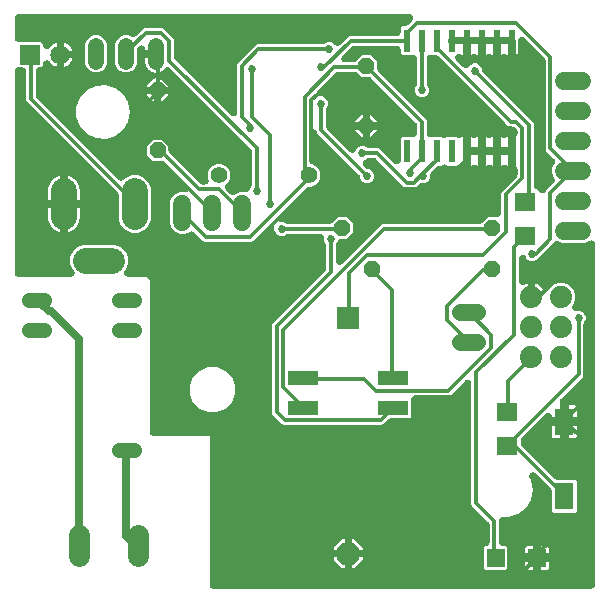
<source format=gtl>
G04 EAGLE Gerber RS-274X export*
G75*
%MOMM*%
%FSLAX34Y34*%
%LPD*%
%INTop Copper*%
%IPPOS*%
%AMOC8*
5,1,8,0,0,1.08239X$1,22.5*%
G01*
%ADD10C,1.408000*%
%ADD11P,1.429621X8X202.500000*%
%ADD12C,1.790700*%
%ADD13C,1.308000*%
%ADD14C,1.524000*%
%ADD15P,1.429621X8X112.500000*%
%ADD16R,1.651000X1.651000*%
%ADD17C,1.651000*%
%ADD18R,1.930400X1.930400*%
%ADD19P,2.089446X8X202.500000*%
%ADD20R,0.533400X1.981200*%
%ADD21R,1.803000X1.600000*%
%ADD22R,1.500000X1.500000*%
%ADD23C,1.879600*%
%ADD24R,1.600000X2.300000*%
%ADD25P,1.429621X8X292.500000*%
%ADD26C,1.320800*%
%ADD27C,1.422400*%
%ADD28C,2.184400*%
%ADD29R,2.540000X1.270000*%
%ADD30C,0.304800*%
%ADD31C,0.685800*%
%ADD32C,0.635000*%

G36*
X492787Y6988D02*
X492787Y6988D01*
X492814Y6986D01*
X493038Y7008D01*
X493262Y7026D01*
X493288Y7032D01*
X493316Y7035D01*
X493534Y7092D01*
X493751Y7145D01*
X493776Y7155D01*
X493803Y7162D01*
X494009Y7253D01*
X494216Y7339D01*
X494239Y7354D01*
X494264Y7365D01*
X494453Y7487D01*
X494643Y7605D01*
X494664Y7623D01*
X494687Y7638D01*
X494854Y7788D01*
X495024Y7935D01*
X495041Y7956D01*
X495062Y7974D01*
X495203Y8149D01*
X495347Y8321D01*
X495361Y8344D01*
X495378Y8365D01*
X495490Y8560D01*
X495605Y8753D01*
X495616Y8778D01*
X495629Y8802D01*
X495709Y9012D01*
X495792Y9221D01*
X495798Y9247D01*
X495808Y9273D01*
X495853Y9493D01*
X495902Y9712D01*
X495904Y9739D01*
X495910Y9766D01*
X495934Y10160D01*
X495934Y298641D01*
X495933Y298655D01*
X495934Y298669D01*
X495913Y298906D01*
X495894Y299143D01*
X495891Y299157D01*
X495890Y299170D01*
X495831Y299403D01*
X495776Y299633D01*
X495770Y299645D01*
X495767Y299659D01*
X495672Y299879D01*
X495581Y300097D01*
X495574Y300109D01*
X495568Y300121D01*
X495441Y300322D01*
X495315Y300525D01*
X495306Y300535D01*
X495299Y300547D01*
X495142Y300725D01*
X494985Y300905D01*
X494975Y300914D01*
X494966Y300924D01*
X494782Y301075D01*
X494599Y301229D01*
X494587Y301236D01*
X494577Y301244D01*
X494372Y301365D01*
X494167Y301487D01*
X494154Y301492D01*
X494143Y301499D01*
X493920Y301586D01*
X493699Y301674D01*
X493686Y301677D01*
X493673Y301682D01*
X493440Y301732D01*
X493208Y301784D01*
X493194Y301785D01*
X493181Y301788D01*
X492944Y301800D01*
X492706Y301815D01*
X492692Y301814D01*
X492678Y301815D01*
X492444Y301790D01*
X492204Y301767D01*
X492191Y301763D01*
X492178Y301762D01*
X491949Y301700D01*
X491717Y301640D01*
X491705Y301634D01*
X491691Y301630D01*
X491474Y301533D01*
X491256Y301437D01*
X491245Y301430D01*
X491232Y301424D01*
X491157Y301374D01*
X487161Y299719D01*
X467879Y299719D01*
X464645Y301059D01*
X464493Y301108D01*
X464344Y301166D01*
X464254Y301186D01*
X464166Y301214D01*
X464008Y301239D01*
X463852Y301272D01*
X463760Y301277D01*
X463669Y301291D01*
X463508Y301291D01*
X463349Y301299D01*
X463257Y301290D01*
X463165Y301289D01*
X463007Y301263D01*
X462848Y301246D01*
X462759Y301222D01*
X462668Y301207D01*
X462517Y301157D01*
X462362Y301115D01*
X462278Y301077D01*
X462191Y301048D01*
X462049Y300974D01*
X461903Y300908D01*
X461826Y300858D01*
X461744Y300815D01*
X461616Y300720D01*
X461482Y300632D01*
X461399Y300558D01*
X461340Y300515D01*
X461283Y300457D01*
X461186Y300371D01*
X460072Y299257D01*
X447827Y287012D01*
X447770Y286970D01*
X447624Y286874D01*
X447555Y286813D01*
X447503Y286775D01*
X447441Y286712D01*
X447328Y286613D01*
X446231Y285515D01*
X444036Y284606D01*
X441662Y284606D01*
X439467Y285515D01*
X437788Y287194D01*
X437654Y287519D01*
X437593Y287638D01*
X437542Y287760D01*
X437479Y287861D01*
X437425Y287968D01*
X437346Y288075D01*
X437276Y288188D01*
X437198Y288278D01*
X437128Y288374D01*
X437033Y288468D01*
X436946Y288568D01*
X436855Y288645D01*
X436770Y288729D01*
X436662Y288806D01*
X436560Y288892D01*
X436458Y288953D01*
X436361Y289022D01*
X436242Y289082D01*
X436128Y289150D01*
X436017Y289194D01*
X435911Y289247D01*
X435784Y289287D01*
X435660Y289336D01*
X435544Y289363D01*
X435430Y289398D01*
X435299Y289418D01*
X435169Y289447D01*
X435050Y289454D01*
X434932Y289472D01*
X434799Y289470D01*
X434667Y289478D01*
X434548Y289467D01*
X434429Y289465D01*
X434298Y289442D01*
X434165Y289430D01*
X434050Y289400D01*
X433932Y289379D01*
X433807Y289336D01*
X433678Y289302D01*
X433569Y289254D01*
X433456Y289216D01*
X433339Y289153D01*
X433217Y289100D01*
X433117Y289035D01*
X433012Y288979D01*
X432906Y288899D01*
X432794Y288827D01*
X432705Y288747D01*
X432610Y288675D01*
X432518Y288579D01*
X432419Y288490D01*
X432344Y288398D01*
X432262Y288312D01*
X432186Y288202D01*
X432103Y288099D01*
X432043Y287996D01*
X431975Y287898D01*
X431918Y287777D01*
X431852Y287662D01*
X431810Y287551D01*
X431758Y287443D01*
X431720Y287316D01*
X431673Y287192D01*
X431649Y287075D01*
X431615Y286960D01*
X431598Y286829D01*
X431571Y286699D01*
X431562Y286549D01*
X431551Y286461D01*
X431553Y286397D01*
X431547Y286304D01*
X431547Y267273D01*
X431548Y267254D01*
X431547Y267235D01*
X431548Y267227D01*
X431547Y267220D01*
X431568Y267001D01*
X431587Y266771D01*
X431591Y266753D01*
X431593Y266734D01*
X431595Y266725D01*
X431596Y266719D01*
X431645Y266531D01*
X431651Y266507D01*
X431705Y266282D01*
X431713Y266264D01*
X431718Y266246D01*
X431722Y266237D01*
X431723Y266231D01*
X431789Y266081D01*
X431811Y266031D01*
X431900Y265818D01*
X431910Y265801D01*
X431918Y265784D01*
X431924Y265775D01*
X431926Y265770D01*
X432000Y265655D01*
X432043Y265588D01*
X432166Y265390D01*
X432178Y265375D01*
X432189Y265359D01*
X432196Y265351D01*
X432199Y265347D01*
X432275Y265262D01*
X432343Y265186D01*
X432496Y265010D01*
X432510Y264997D01*
X432523Y264983D01*
X432533Y264975D01*
X432535Y264973D01*
X432603Y264917D01*
X432704Y264835D01*
X432882Y264686D01*
X432898Y264676D01*
X432913Y264664D01*
X432925Y264657D01*
X432926Y264656D01*
X432986Y264622D01*
X433115Y264547D01*
X433314Y264428D01*
X433332Y264421D01*
X433348Y264411D01*
X433361Y264406D01*
X433363Y264405D01*
X433413Y264386D01*
X433566Y264327D01*
X433782Y264241D01*
X433800Y264237D01*
X433818Y264230D01*
X433832Y264227D01*
X433834Y264227D01*
X433879Y264217D01*
X434046Y264182D01*
X434273Y264131D01*
X434292Y264130D01*
X434311Y264126D01*
X434325Y264125D01*
X434327Y264125D01*
X434721Y264100D01*
X434723Y264100D01*
X434742Y264102D01*
X434775Y264099D01*
X434794Y264101D01*
X434814Y264100D01*
X435045Y264126D01*
X435050Y264126D01*
X435225Y264140D01*
X435246Y264145D01*
X435277Y264148D01*
X435295Y264153D01*
X435314Y264155D01*
X435530Y264214D01*
X435714Y264259D01*
X435736Y264268D01*
X435764Y264275D01*
X435781Y264283D01*
X435800Y264288D01*
X436162Y264445D01*
X437377Y265064D01*
X438786Y265522D01*
X438786Y254000D01*
X438788Y253973D01*
X438786Y253946D01*
X438808Y253722D01*
X438826Y253498D01*
X438832Y253472D01*
X438835Y253445D01*
X438892Y253227D01*
X438944Y253009D01*
X438955Y252984D01*
X438962Y252957D01*
X439052Y252751D01*
X439139Y252545D01*
X439153Y252522D01*
X439164Y252497D01*
X439286Y252307D01*
X439405Y252117D01*
X439423Y252096D01*
X439437Y252073D01*
X439588Y251906D01*
X439735Y251737D01*
X439756Y251719D01*
X439774Y251699D01*
X439948Y251558D01*
X440121Y251413D01*
X440144Y251399D01*
X440165Y251382D01*
X440360Y251270D01*
X440553Y251155D01*
X440578Y251145D01*
X440602Y251131D01*
X440812Y251052D01*
X441020Y250968D01*
X441047Y250962D01*
X441073Y250953D01*
X441293Y250907D01*
X441512Y250858D01*
X441539Y250856D01*
X441566Y250851D01*
X441960Y250826D01*
X441987Y250828D01*
X442014Y250827D01*
X442015Y250827D01*
X442238Y250848D01*
X442462Y250866D01*
X442489Y250872D01*
X442516Y250875D01*
X442734Y250932D01*
X442951Y250985D01*
X442976Y250995D01*
X443003Y251002D01*
X443209Y251093D01*
X443416Y251180D01*
X443439Y251194D01*
X443464Y251205D01*
X443653Y251327D01*
X443844Y251445D01*
X443864Y251463D01*
X443887Y251478D01*
X444054Y251628D01*
X444224Y251775D01*
X444241Y251796D01*
X444262Y251814D01*
X444403Y251989D01*
X444547Y252161D01*
X444561Y252185D01*
X444578Y252206D01*
X444690Y252400D01*
X444806Y252593D01*
X444816Y252619D01*
X444829Y252642D01*
X444909Y252852D01*
X444992Y253061D01*
X444998Y253088D01*
X445008Y253113D01*
X445053Y253333D01*
X445103Y253552D01*
X445104Y253580D01*
X445110Y253606D01*
X445134Y254000D01*
X445134Y265522D01*
X446543Y265064D01*
X448217Y264211D01*
X449738Y263106D01*
X451066Y261778D01*
X451934Y260584D01*
X452027Y260474D01*
X452113Y260359D01*
X452191Y260283D01*
X452261Y260201D01*
X452371Y260108D01*
X452474Y260008D01*
X452562Y259945D01*
X452645Y259875D01*
X452768Y259800D01*
X452885Y259718D01*
X452982Y259670D01*
X453075Y259614D01*
X453209Y259560D01*
X453338Y259496D01*
X453441Y259465D01*
X453542Y259424D01*
X453682Y259392D01*
X453819Y259349D01*
X453927Y259335D01*
X454032Y259310D01*
X454176Y259300D01*
X454318Y259281D01*
X454426Y259283D01*
X454534Y259275D01*
X454678Y259288D01*
X454822Y259291D01*
X454928Y259311D01*
X455036Y259321D01*
X455175Y259356D01*
X455317Y259382D01*
X455419Y259418D01*
X455524Y259444D01*
X455656Y259501D01*
X455792Y259549D01*
X455887Y259601D01*
X455986Y259644D01*
X456108Y259721D01*
X456234Y259790D01*
X456320Y259856D01*
X456411Y259914D01*
X456519Y260009D01*
X456633Y260097D01*
X456707Y260176D01*
X456788Y260248D01*
X456879Y260359D01*
X456978Y260464D01*
X457039Y260553D01*
X457083Y260607D01*
X460597Y264121D01*
X464985Y265939D01*
X469735Y265939D01*
X474123Y264121D01*
X477481Y260763D01*
X479299Y256375D01*
X479299Y251625D01*
X477470Y247211D01*
X477421Y247161D01*
X477351Y247065D01*
X477274Y246974D01*
X477205Y246860D01*
X477128Y246752D01*
X477074Y246646D01*
X477012Y246544D01*
X476962Y246421D01*
X476902Y246302D01*
X476867Y246188D01*
X476822Y246078D01*
X476791Y245949D01*
X476751Y245822D01*
X476734Y245703D01*
X476707Y245588D01*
X476697Y245455D01*
X476678Y245323D01*
X476680Y245204D01*
X476671Y245085D01*
X476683Y244953D01*
X476685Y244820D01*
X476705Y244702D01*
X476715Y244584D01*
X476748Y244455D01*
X476771Y244324D01*
X476809Y244211D01*
X476838Y244095D01*
X476891Y243973D01*
X476934Y243847D01*
X476990Y243742D01*
X477037Y243633D01*
X477108Y243520D01*
X477171Y243403D01*
X477243Y243308D01*
X477306Y243207D01*
X477394Y243107D01*
X477475Y243002D01*
X477561Y242919D01*
X477640Y242830D01*
X477742Y242745D01*
X477838Y242653D01*
X477936Y242585D01*
X478028Y242510D01*
X478143Y242443D01*
X478252Y242367D01*
X478360Y242315D01*
X478463Y242255D01*
X478587Y242207D01*
X478707Y242149D01*
X478821Y242116D01*
X478932Y242072D01*
X479062Y242044D01*
X479189Y242007D01*
X479308Y241991D01*
X479424Y241966D01*
X479557Y241959D01*
X479689Y241942D01*
X479808Y241946D01*
X479927Y241939D01*
X480059Y241953D01*
X480192Y241957D01*
X480309Y241980D01*
X480428Y241992D01*
X480556Y242027D01*
X480687Y242052D01*
X480719Y242063D01*
X483152Y242063D01*
X485347Y241154D01*
X487026Y239475D01*
X487935Y237280D01*
X487935Y234906D01*
X487026Y232711D01*
X486959Y232645D01*
X486933Y232614D01*
X486902Y232586D01*
X486770Y232422D01*
X486633Y232262D01*
X486611Y232227D01*
X486586Y232195D01*
X486481Y232013D01*
X486371Y231832D01*
X486355Y231794D01*
X486335Y231758D01*
X486260Y231562D01*
X486180Y231366D01*
X486171Y231326D01*
X486156Y231288D01*
X486114Y231081D01*
X486065Y230875D01*
X486063Y230835D01*
X486054Y230795D01*
X486030Y230400D01*
X486030Y187786D01*
X485411Y186293D01*
X466830Y167712D01*
X466804Y167681D01*
X466773Y167654D01*
X466641Y167489D01*
X466504Y167329D01*
X466482Y167294D01*
X466457Y167262D01*
X466352Y167080D01*
X466242Y166899D01*
X466226Y166861D01*
X466206Y166825D01*
X466131Y166629D01*
X466051Y166433D01*
X466042Y166393D01*
X466027Y166355D01*
X465984Y166148D01*
X465936Y165943D01*
X465934Y165902D01*
X465925Y165862D01*
X465901Y165467D01*
X465901Y152339D01*
X459359Y152339D01*
X459359Y152578D01*
X459358Y152591D01*
X459359Y152605D01*
X459338Y152843D01*
X459319Y153080D01*
X459316Y153093D01*
X459315Y153106D01*
X459257Y153338D01*
X459201Y153569D01*
X459195Y153581D01*
X459192Y153595D01*
X459098Y153813D01*
X459006Y154033D01*
X458999Y154045D01*
X458993Y154057D01*
X458866Y154259D01*
X458740Y154461D01*
X458731Y154471D01*
X458724Y154483D01*
X458567Y154661D01*
X458410Y154841D01*
X458400Y154850D01*
X458391Y154860D01*
X458207Y155011D01*
X458024Y155165D01*
X458013Y155172D01*
X458002Y155180D01*
X457797Y155301D01*
X457592Y155423D01*
X457579Y155428D01*
X457568Y155435D01*
X457345Y155522D01*
X457124Y155610D01*
X457111Y155613D01*
X457098Y155618D01*
X456865Y155668D01*
X456633Y155720D01*
X456619Y155721D01*
X456606Y155724D01*
X456369Y155736D01*
X456131Y155751D01*
X456117Y155750D01*
X456103Y155751D01*
X455869Y155726D01*
X455629Y155703D01*
X455616Y155699D01*
X455603Y155698D01*
X455374Y155636D01*
X455142Y155576D01*
X455130Y155570D01*
X455116Y155567D01*
X454899Y155469D01*
X454681Y155373D01*
X454670Y155366D01*
X454657Y155360D01*
X454458Y155229D01*
X454258Y155100D01*
X454248Y155091D01*
X454237Y155083D01*
X453940Y154822D01*
X434125Y135007D01*
X434099Y134976D01*
X434068Y134949D01*
X433936Y134784D01*
X433799Y134624D01*
X433777Y134589D01*
X433752Y134557D01*
X433647Y134375D01*
X433537Y134194D01*
X433521Y134156D01*
X433501Y134120D01*
X433426Y133924D01*
X433346Y133728D01*
X433337Y133688D01*
X433322Y133650D01*
X433280Y133443D01*
X433231Y133238D01*
X433229Y133197D01*
X433220Y133157D01*
X433196Y132763D01*
X433196Y129873D01*
X433199Y129832D01*
X433197Y129792D01*
X433219Y129582D01*
X433236Y129372D01*
X433245Y129332D01*
X433250Y129291D01*
X433305Y129087D01*
X433354Y128882D01*
X433370Y128845D01*
X433381Y128805D01*
X433468Y128612D01*
X433549Y128418D01*
X433571Y128383D01*
X433588Y128346D01*
X433704Y128169D01*
X433815Y127990D01*
X433842Y127959D01*
X433864Y127925D01*
X434125Y127629D01*
X461444Y100310D01*
X461475Y100284D01*
X461502Y100253D01*
X461667Y100121D01*
X461827Y99984D01*
X461862Y99962D01*
X461894Y99937D01*
X462076Y99832D01*
X462257Y99722D01*
X462295Y99706D01*
X462331Y99686D01*
X462527Y99611D01*
X462723Y99531D01*
X462763Y99522D01*
X462801Y99507D01*
X463008Y99465D01*
X463213Y99416D01*
X463254Y99414D01*
X463294Y99405D01*
X463688Y99381D01*
X478952Y99381D01*
X480441Y97892D01*
X480441Y72788D01*
X478952Y71299D01*
X460848Y71299D01*
X459359Y72788D01*
X459359Y89584D01*
X459356Y89624D01*
X459358Y89665D01*
X459336Y89875D01*
X459319Y90085D01*
X459310Y90125D01*
X459305Y90166D01*
X459250Y90370D01*
X459201Y90575D01*
X459185Y90612D01*
X459174Y90652D01*
X459087Y90845D01*
X459006Y91039D01*
X458984Y91074D01*
X458967Y91111D01*
X458852Y91288D01*
X458740Y91467D01*
X458713Y91498D01*
X458691Y91532D01*
X458430Y91828D01*
X445638Y104619D01*
X445534Y104708D01*
X445436Y104805D01*
X445342Y104872D01*
X445255Y104946D01*
X445138Y105018D01*
X445026Y105097D01*
X444923Y105148D01*
X444825Y105208D01*
X444698Y105260D01*
X444575Y105321D01*
X444465Y105355D01*
X444359Y105399D01*
X444225Y105430D01*
X444094Y105471D01*
X443980Y105487D01*
X443869Y105513D01*
X443732Y105523D01*
X443596Y105543D01*
X443481Y105541D01*
X443367Y105549D01*
X443230Y105537D01*
X443092Y105535D01*
X442979Y105515D01*
X442865Y105505D01*
X442732Y105471D01*
X442596Y105447D01*
X442488Y105410D01*
X442377Y105382D01*
X442250Y105327D01*
X442120Y105282D01*
X442019Y105228D01*
X441914Y105183D01*
X441798Y105109D01*
X441677Y105044D01*
X441586Y104975D01*
X441489Y104914D01*
X441386Y104823D01*
X441276Y104739D01*
X441197Y104656D01*
X441111Y104580D01*
X441024Y104474D01*
X440929Y104375D01*
X440864Y104280D01*
X440791Y104192D01*
X440722Y104073D01*
X440644Y103960D01*
X440594Y103856D01*
X440536Y103757D01*
X440487Y103629D01*
X440428Y103505D01*
X440395Y103395D01*
X440354Y103288D01*
X440325Y103154D01*
X440286Y103022D01*
X440272Y102908D01*
X440248Y102796D01*
X440240Y102659D01*
X440223Y102522D01*
X440227Y102408D01*
X440221Y102293D01*
X440235Y102157D01*
X440240Y102019D01*
X440261Y101906D01*
X440273Y101792D01*
X440309Y101660D01*
X440336Y101525D01*
X440375Y101417D01*
X440405Y101306D01*
X440461Y101181D01*
X440508Y101052D01*
X440576Y100926D01*
X440611Y100847D01*
X440648Y100791D01*
X440695Y100704D01*
X441934Y98703D01*
X443486Y90400D01*
X441934Y82097D01*
X437487Y74915D01*
X430746Y69824D01*
X422621Y67512D01*
X418250Y67917D01*
X418076Y67920D01*
X417903Y67930D01*
X417825Y67923D01*
X417746Y67924D01*
X417575Y67899D01*
X417401Y67882D01*
X417325Y67862D01*
X417248Y67851D01*
X417083Y67799D01*
X416914Y67755D01*
X416842Y67723D01*
X416768Y67700D01*
X416613Y67622D01*
X416453Y67552D01*
X416387Y67510D01*
X416317Y67475D01*
X416176Y67373D01*
X416030Y67279D01*
X415972Y67227D01*
X415908Y67181D01*
X415785Y67059D01*
X415655Y66943D01*
X415606Y66882D01*
X415551Y66827D01*
X415448Y66686D01*
X415339Y66551D01*
X415300Y66483D01*
X415254Y66420D01*
X415174Y66265D01*
X415088Y66115D01*
X415060Y66042D01*
X415025Y65972D01*
X414971Y65806D01*
X414909Y65644D01*
X414893Y65567D01*
X414869Y65493D01*
X414842Y65321D01*
X414807Y65151D01*
X414802Y65058D01*
X414792Y64995D01*
X414792Y64906D01*
X414783Y64757D01*
X414783Y46235D01*
X414785Y46208D01*
X414783Y46181D01*
X414805Y45957D01*
X414823Y45733D01*
X414829Y45707D01*
X414832Y45679D01*
X414889Y45460D01*
X414941Y45244D01*
X414952Y45219D01*
X414959Y45192D01*
X415050Y44986D01*
X415136Y44779D01*
X415151Y44756D01*
X415162Y44731D01*
X415284Y44542D01*
X415402Y44352D01*
X415420Y44331D01*
X415435Y44308D01*
X415585Y44141D01*
X415732Y43971D01*
X415753Y43954D01*
X415771Y43933D01*
X415946Y43792D01*
X416118Y43648D01*
X416141Y43634D01*
X416162Y43617D01*
X416357Y43505D01*
X416550Y43390D01*
X416575Y43379D01*
X416599Y43366D01*
X416809Y43286D01*
X417018Y43203D01*
X417044Y43197D01*
X417070Y43187D01*
X417290Y43142D01*
X417509Y43093D01*
X417536Y43091D01*
X417563Y43085D01*
X417957Y43061D01*
X420312Y43061D01*
X421801Y41572D01*
X421801Y24468D01*
X420312Y22979D01*
X403208Y22979D01*
X401719Y24468D01*
X401719Y41572D01*
X403208Y43061D01*
X403479Y43061D01*
X403506Y43063D01*
X403533Y43061D01*
X403757Y43083D01*
X403981Y43101D01*
X404007Y43107D01*
X404035Y43110D01*
X404253Y43167D01*
X404470Y43219D01*
X404495Y43230D01*
X404522Y43237D01*
X404728Y43328D01*
X404935Y43414D01*
X404958Y43429D01*
X404983Y43440D01*
X405172Y43562D01*
X405362Y43680D01*
X405383Y43698D01*
X405406Y43713D01*
X405573Y43863D01*
X405743Y44010D01*
X405760Y44031D01*
X405781Y44049D01*
X405922Y44224D01*
X406066Y44396D01*
X406080Y44419D01*
X406097Y44440D01*
X406209Y44635D01*
X406324Y44828D01*
X406335Y44853D01*
X406348Y44877D01*
X406428Y45087D01*
X406511Y45296D01*
X406517Y45322D01*
X406527Y45348D01*
X406572Y45568D01*
X406621Y45787D01*
X406623Y45814D01*
X406629Y45841D01*
X406653Y46235D01*
X406653Y61264D01*
X406650Y61304D01*
X406652Y61345D01*
X406630Y61555D01*
X406613Y61765D01*
X406604Y61805D01*
X406599Y61846D01*
X406544Y62050D01*
X406495Y62255D01*
X406479Y62292D01*
X406468Y62332D01*
X406381Y62525D01*
X406300Y62719D01*
X406278Y62754D01*
X406261Y62791D01*
X406145Y62968D01*
X406034Y63147D01*
X406007Y63178D01*
X405985Y63212D01*
X405724Y63508D01*
X391905Y77327D01*
X391286Y78820D01*
X391286Y180898D01*
X391285Y180911D01*
X391286Y180925D01*
X391265Y181161D01*
X391246Y181400D01*
X391243Y181413D01*
X391242Y181426D01*
X391184Y181656D01*
X391128Y181889D01*
X391122Y181901D01*
X391119Y181915D01*
X391025Y182133D01*
X390933Y182353D01*
X390926Y182365D01*
X390920Y182377D01*
X390793Y182579D01*
X390667Y182781D01*
X390658Y182791D01*
X390651Y182803D01*
X390494Y182981D01*
X390337Y183161D01*
X390327Y183170D01*
X390318Y183180D01*
X390134Y183331D01*
X389951Y183485D01*
X389939Y183492D01*
X389929Y183500D01*
X389724Y183621D01*
X389519Y183743D01*
X389506Y183748D01*
X389495Y183755D01*
X389272Y183842D01*
X389051Y183930D01*
X389038Y183933D01*
X389025Y183938D01*
X388792Y183988D01*
X388560Y184040D01*
X388546Y184041D01*
X388533Y184044D01*
X388296Y184056D01*
X388058Y184071D01*
X388044Y184070D01*
X388030Y184071D01*
X387796Y184046D01*
X387556Y184023D01*
X387543Y184019D01*
X387530Y184018D01*
X387301Y183956D01*
X387069Y183896D01*
X387057Y183890D01*
X387043Y183887D01*
X386826Y183789D01*
X386608Y183693D01*
X386597Y183686D01*
X386584Y183680D01*
X386385Y183549D01*
X386185Y183420D01*
X386175Y183411D01*
X386164Y183403D01*
X385867Y183142D01*
X373904Y171179D01*
X372411Y170560D01*
X343535Y170560D01*
X343508Y170558D01*
X343481Y170560D01*
X343257Y170538D01*
X343033Y170520D01*
X343007Y170514D01*
X342979Y170511D01*
X342761Y170454D01*
X342544Y170402D01*
X342519Y170391D01*
X342492Y170384D01*
X342286Y170293D01*
X342079Y170207D01*
X342056Y170192D01*
X342031Y170181D01*
X341842Y170059D01*
X341652Y169941D01*
X341631Y169923D01*
X341608Y169908D01*
X341441Y169758D01*
X341271Y169611D01*
X341254Y169590D01*
X341233Y169572D01*
X341092Y169397D01*
X340948Y169225D01*
X340934Y169202D01*
X340917Y169181D01*
X340805Y168986D01*
X340690Y168793D01*
X340679Y168768D01*
X340666Y168744D01*
X340586Y168534D01*
X340503Y168325D01*
X340497Y168299D01*
X340487Y168273D01*
X340442Y168053D01*
X340393Y167834D01*
X340391Y167807D01*
X340385Y167780D01*
X340361Y167386D01*
X340361Y152618D01*
X338872Y151129D01*
X323038Y151129D01*
X322998Y151126D01*
X322957Y151128D01*
X322747Y151106D01*
X322537Y151089D01*
X322497Y151080D01*
X322456Y151075D01*
X322252Y151020D01*
X322047Y150971D01*
X322010Y150955D01*
X321970Y150944D01*
X321777Y150857D01*
X321583Y150776D01*
X321548Y150754D01*
X321511Y150737D01*
X321334Y150621D01*
X321155Y150510D01*
X321124Y150483D01*
X321090Y150461D01*
X320794Y150200D01*
X316627Y146033D01*
X315134Y145414D01*
X232490Y145414D01*
X230997Y146033D01*
X222868Y154162D01*
X222249Y155655D01*
X222249Y229917D01*
X222868Y231410D01*
X267421Y275963D01*
X267447Y275994D01*
X267478Y276021D01*
X267610Y276186D01*
X267747Y276346D01*
X267769Y276381D01*
X267794Y276413D01*
X267899Y276595D01*
X268009Y276776D01*
X268025Y276814D01*
X268045Y276850D01*
X268120Y277046D01*
X268200Y277242D01*
X268209Y277282D01*
X268224Y277320D01*
X268266Y277527D01*
X268315Y277732D01*
X268317Y277773D01*
X268326Y277813D01*
X268350Y278207D01*
X268350Y297456D01*
X268347Y297497D01*
X268349Y297538D01*
X268327Y297748D01*
X268310Y297958D01*
X268301Y297998D01*
X268296Y298039D01*
X268241Y298243D01*
X268192Y298448D01*
X268176Y298485D01*
X268165Y298525D01*
X268078Y298718D01*
X267997Y298912D01*
X267975Y298947D01*
X267958Y298984D01*
X267843Y299160D01*
X267731Y299340D01*
X267704Y299371D01*
X267682Y299405D01*
X267420Y299701D01*
X267354Y299767D01*
X266445Y301962D01*
X266445Y304292D01*
X266443Y304319D01*
X266445Y304346D01*
X266423Y304570D01*
X266405Y304794D01*
X266399Y304820D01*
X266396Y304848D01*
X266339Y305066D01*
X266287Y305283D01*
X266276Y305308D01*
X266269Y305335D01*
X266178Y305541D01*
X266092Y305748D01*
X266077Y305771D01*
X266066Y305796D01*
X265945Y305984D01*
X265826Y306175D01*
X265808Y306196D01*
X265793Y306219D01*
X265643Y306386D01*
X265496Y306556D01*
X265475Y306573D01*
X265457Y306594D01*
X265282Y306735D01*
X265110Y306879D01*
X265087Y306893D01*
X265066Y306910D01*
X264871Y307022D01*
X264678Y307137D01*
X264653Y307148D01*
X264629Y307161D01*
X264419Y307241D01*
X264210Y307324D01*
X264184Y307330D01*
X264158Y307340D01*
X263938Y307385D01*
X263719Y307434D01*
X263692Y307436D01*
X263665Y307442D01*
X263271Y307466D01*
X236198Y307466D01*
X236157Y307463D01*
X236116Y307465D01*
X235906Y307443D01*
X235696Y307426D01*
X235656Y307417D01*
X235615Y307412D01*
X235411Y307357D01*
X235206Y307308D01*
X235169Y307292D01*
X235129Y307281D01*
X234936Y307194D01*
X234742Y307113D01*
X234707Y307091D01*
X234670Y307074D01*
X234493Y306958D01*
X234314Y306847D01*
X234283Y306820D01*
X234249Y306798D01*
X233953Y306537D01*
X233887Y306470D01*
X231692Y305561D01*
X229318Y305561D01*
X227123Y306470D01*
X225444Y308149D01*
X224535Y310344D01*
X224535Y311708D01*
X224534Y311721D01*
X224535Y311735D01*
X224514Y311971D01*
X224495Y312210D01*
X224492Y312223D01*
X224491Y312236D01*
X224433Y312466D01*
X224377Y312699D01*
X224371Y312711D01*
X224368Y312725D01*
X224274Y312943D01*
X224182Y313163D01*
X224175Y313175D01*
X224169Y313187D01*
X224042Y313389D01*
X223916Y313591D01*
X223907Y313601D01*
X223900Y313613D01*
X223743Y313791D01*
X223586Y313971D01*
X223576Y313980D01*
X223567Y313990D01*
X223383Y314141D01*
X223200Y314295D01*
X223188Y314302D01*
X223178Y314310D01*
X222973Y314431D01*
X222768Y314553D01*
X222755Y314558D01*
X222744Y314565D01*
X222521Y314652D01*
X222300Y314740D01*
X222287Y314743D01*
X222274Y314748D01*
X222041Y314798D01*
X221809Y314850D01*
X221795Y314851D01*
X221782Y314854D01*
X221545Y314866D01*
X221307Y314881D01*
X221293Y314880D01*
X221279Y314881D01*
X221045Y314856D01*
X220805Y314833D01*
X220792Y314829D01*
X220779Y314828D01*
X220550Y314766D01*
X220318Y314706D01*
X220306Y314700D01*
X220292Y314697D01*
X220075Y314599D01*
X219857Y314503D01*
X219846Y314496D01*
X219833Y314490D01*
X219634Y314359D01*
X219434Y314230D01*
X219424Y314221D01*
X219413Y314213D01*
X219116Y313952D01*
X206264Y301100D01*
X204771Y300481D01*
X165434Y300481D01*
X163941Y301100D01*
X156510Y308531D01*
X156489Y308549D01*
X156470Y308570D01*
X156297Y308712D01*
X156126Y308858D01*
X156103Y308872D01*
X156082Y308890D01*
X155888Y309003D01*
X155696Y309120D01*
X155671Y309130D01*
X155647Y309144D01*
X155438Y309225D01*
X155230Y309310D01*
X155204Y309317D01*
X155178Y309327D01*
X154959Y309374D01*
X154740Y309425D01*
X154712Y309427D01*
X154686Y309433D01*
X154462Y309445D01*
X154238Y309461D01*
X154210Y309458D01*
X154183Y309460D01*
X153960Y309436D01*
X153736Y309416D01*
X153709Y309410D01*
X153682Y309407D01*
X153467Y309349D01*
X153248Y309293D01*
X153222Y309282D01*
X153196Y309275D01*
X152992Y309183D01*
X152785Y309095D01*
X152762Y309080D01*
X152737Y309069D01*
X152602Y308980D01*
X148641Y307339D01*
X144599Y307339D01*
X140864Y308886D01*
X138006Y311744D01*
X136459Y315479D01*
X136459Y334761D01*
X138006Y338496D01*
X140864Y341354D01*
X144599Y342901D01*
X148742Y342901D01*
X148757Y342896D01*
X148888Y342875D01*
X149018Y342845D01*
X149137Y342837D01*
X149255Y342818D01*
X149388Y342819D01*
X149520Y342810D01*
X149639Y342820D01*
X149758Y342821D01*
X149889Y342842D01*
X150022Y342854D01*
X150137Y342883D01*
X150255Y342902D01*
X150381Y342944D01*
X150510Y342977D01*
X150619Y343024D01*
X150733Y343062D01*
X150851Y343123D01*
X150973Y343175D01*
X151073Y343239D01*
X151179Y343294D01*
X151286Y343374D01*
X151398Y343445D01*
X151488Y343524D01*
X151583Y343595D01*
X151676Y343690D01*
X151776Y343778D01*
X151851Y343870D01*
X151935Y343955D01*
X152011Y344064D01*
X152096Y344167D01*
X152156Y344269D01*
X152225Y344367D01*
X152283Y344487D01*
X152350Y344601D01*
X152393Y344712D01*
X152446Y344819D01*
X152485Y344946D01*
X152533Y345070D01*
X152558Y345187D01*
X152593Y345301D01*
X152611Y345433D01*
X152639Y345563D01*
X152645Y345681D01*
X152662Y345800D01*
X152659Y345933D01*
X152666Y346065D01*
X152654Y346184D01*
X152651Y346303D01*
X152627Y346434D01*
X152613Y346566D01*
X152582Y346681D01*
X152561Y346799D01*
X152516Y346924D01*
X152482Y347052D01*
X152433Y347161D01*
X152393Y347273D01*
X152330Y347390D01*
X152275Y347511D01*
X152210Y347611D01*
X152153Y347716D01*
X152072Y347821D01*
X151999Y347932D01*
X151900Y348045D01*
X151846Y348115D01*
X151799Y348158D01*
X151737Y348228D01*
X131960Y368006D01*
X131929Y368032D01*
X131902Y368063D01*
X131737Y368195D01*
X131577Y368332D01*
X131542Y368354D01*
X131510Y368379D01*
X131328Y368484D01*
X131147Y368594D01*
X131109Y368610D01*
X131073Y368630D01*
X130877Y368705D01*
X130681Y368785D01*
X130641Y368794D01*
X130603Y368809D01*
X130396Y368851D01*
X130191Y368900D01*
X130150Y368902D01*
X130110Y368911D01*
X129716Y368935D01*
X121832Y368935D01*
X116475Y374292D01*
X116475Y381868D01*
X121832Y387225D01*
X129408Y387225D01*
X134765Y381868D01*
X134765Y378012D01*
X134768Y377972D01*
X134766Y377931D01*
X134788Y377721D01*
X134805Y377511D01*
X134814Y377471D01*
X134819Y377430D01*
X134874Y377226D01*
X134923Y377021D01*
X134939Y376984D01*
X134950Y376944D01*
X135037Y376751D01*
X135118Y376557D01*
X135140Y376522D01*
X135157Y376485D01*
X135273Y376308D01*
X135384Y376129D01*
X135411Y376098D01*
X135433Y376064D01*
X135694Y375768D01*
X161409Y350053D01*
X161440Y350027D01*
X161467Y349996D01*
X161632Y349864D01*
X161792Y349727D01*
X161827Y349705D01*
X161859Y349680D01*
X162041Y349575D01*
X162222Y349465D01*
X162260Y349449D01*
X162296Y349429D01*
X162492Y349354D01*
X162688Y349274D01*
X162728Y349265D01*
X162766Y349250D01*
X162973Y349208D01*
X163178Y349159D01*
X163219Y349157D01*
X163259Y349148D01*
X163653Y349124D01*
X165699Y349124D01*
X165845Y349135D01*
X165991Y349137D01*
X166096Y349155D01*
X166201Y349164D01*
X166343Y349198D01*
X166488Y349223D01*
X166588Y349258D01*
X166690Y349282D01*
X166825Y349339D01*
X166964Y349387D01*
X167057Y349436D01*
X167155Y349477D01*
X167279Y349554D01*
X167408Y349623D01*
X167493Y349687D01*
X167582Y349743D01*
X167693Y349839D01*
X167810Y349927D01*
X167883Y350004D01*
X167963Y350073D01*
X168057Y350185D01*
X168158Y350291D01*
X168218Y350378D01*
X168286Y350459D01*
X168361Y350585D01*
X168444Y350705D01*
X168490Y350800D01*
X168544Y350891D01*
X168599Y351027D01*
X168662Y351159D01*
X168692Y351261D01*
X168731Y351359D01*
X168763Y351502D01*
X168805Y351642D01*
X168818Y351747D01*
X168841Y351850D01*
X168851Y351996D01*
X168869Y352141D01*
X168866Y352247D01*
X168873Y352352D01*
X168859Y352498D01*
X168854Y352645D01*
X168834Y352748D01*
X168824Y352854D01*
X168787Y352995D01*
X168760Y353139D01*
X168718Y353262D01*
X168697Y353341D01*
X168668Y353408D01*
X168632Y353513D01*
X168059Y354894D01*
X168059Y358706D01*
X169518Y362227D01*
X172213Y364922D01*
X175734Y366381D01*
X179546Y366381D01*
X183067Y364922D01*
X185762Y362227D01*
X187221Y358706D01*
X187221Y354894D01*
X185762Y351373D01*
X183552Y349163D01*
X183535Y349142D01*
X183514Y349124D01*
X183371Y348951D01*
X183226Y348780D01*
X183211Y348757D01*
X183194Y348736D01*
X183080Y348541D01*
X182964Y348350D01*
X182953Y348325D01*
X182940Y348301D01*
X182858Y348092D01*
X182773Y347884D01*
X182767Y347857D01*
X182757Y347832D01*
X182709Y347612D01*
X182658Y347394D01*
X182656Y347366D01*
X182651Y347340D01*
X182639Y347116D01*
X182623Y346891D01*
X182625Y346864D01*
X182624Y346837D01*
X182647Y346614D01*
X182667Y346390D01*
X182674Y346363D01*
X182677Y346336D01*
X182735Y346120D01*
X182790Y345902D01*
X182801Y345876D01*
X182808Y345850D01*
X182900Y345645D01*
X182989Y345439D01*
X183003Y345416D01*
X183014Y345391D01*
X183138Y345203D01*
X183258Y345013D01*
X183276Y344993D01*
X183291Y344970D01*
X183552Y344674D01*
X187024Y341202D01*
X187045Y341185D01*
X187063Y341164D01*
X187070Y341159D01*
X187073Y341155D01*
X187143Y341099D01*
X187236Y341022D01*
X187407Y340876D01*
X187430Y340862D01*
X187451Y340844D01*
X187645Y340731D01*
X187837Y340614D01*
X187862Y340603D01*
X187886Y340590D01*
X188095Y340508D01*
X188303Y340423D01*
X188330Y340417D01*
X188355Y340407D01*
X188575Y340360D01*
X188793Y340308D01*
X188821Y340307D01*
X188847Y340301D01*
X189071Y340289D01*
X189296Y340273D01*
X189323Y340275D01*
X189350Y340274D01*
X189573Y340297D01*
X189797Y340317D01*
X189824Y340324D01*
X189851Y340327D01*
X190067Y340385D01*
X190286Y340440D01*
X190311Y340451D01*
X190337Y340458D01*
X190542Y340550D01*
X190748Y340639D01*
X190771Y340653D01*
X190796Y340665D01*
X190985Y340788D01*
X191174Y340908D01*
X191194Y340926D01*
X191217Y340941D01*
X191513Y341202D01*
X191664Y341354D01*
X195399Y342901D01*
X199456Y342901D01*
X199617Y342852D01*
X199831Y342782D01*
X199858Y342778D01*
X199885Y342770D01*
X200108Y342739D01*
X200329Y342705D01*
X200356Y342705D01*
X200383Y342701D01*
X200609Y342706D01*
X200832Y342707D01*
X200859Y342711D01*
X200887Y342712D01*
X201108Y342752D01*
X201329Y342789D01*
X201355Y342797D01*
X201382Y342802D01*
X201594Y342877D01*
X201807Y342948D01*
X201831Y342961D01*
X201857Y342970D01*
X202055Y343077D01*
X202253Y343181D01*
X202275Y343197D01*
X202299Y343210D01*
X202478Y343347D01*
X202658Y343481D01*
X202677Y343501D01*
X202698Y343517D01*
X202852Y343681D01*
X203009Y343842D01*
X203025Y343864D01*
X203043Y343884D01*
X203170Y344071D01*
X203299Y344253D01*
X203311Y344278D01*
X203326Y344301D01*
X203500Y344655D01*
X204489Y347044D01*
X204556Y347110D01*
X204582Y347141D01*
X204613Y347169D01*
X204745Y347333D01*
X204882Y347493D01*
X204904Y347528D01*
X204929Y347560D01*
X205034Y347742D01*
X205144Y347923D01*
X205160Y347961D01*
X205180Y347997D01*
X205255Y348193D01*
X205335Y348389D01*
X205344Y348429D01*
X205359Y348467D01*
X205401Y348674D01*
X205450Y348880D01*
X205452Y348920D01*
X205461Y348960D01*
X205485Y349355D01*
X205485Y376986D01*
X205482Y377026D01*
X205484Y377067D01*
X205462Y377277D01*
X205445Y377487D01*
X205436Y377527D01*
X205431Y377568D01*
X205376Y377772D01*
X205327Y377977D01*
X205311Y378014D01*
X205300Y378054D01*
X205213Y378247D01*
X205132Y378441D01*
X205110Y378476D01*
X205093Y378513D01*
X204977Y378690D01*
X204866Y378869D01*
X204839Y378900D01*
X204817Y378934D01*
X204556Y379230D01*
X136240Y447546D01*
X136221Y447562D01*
X136204Y447581D01*
X136029Y447725D01*
X135856Y447873D01*
X135835Y447886D01*
X135816Y447901D01*
X135621Y448016D01*
X135426Y448135D01*
X135403Y448144D01*
X135382Y448157D01*
X135171Y448239D01*
X134960Y448325D01*
X134936Y448331D01*
X134913Y448340D01*
X134692Y448388D01*
X134470Y448440D01*
X134445Y448442D01*
X134421Y448447D01*
X134195Y448460D01*
X133968Y448476D01*
X133943Y448473D01*
X133918Y448475D01*
X133693Y448451D01*
X133466Y448431D01*
X133442Y448425D01*
X133418Y448423D01*
X133199Y448364D01*
X132978Y448308D01*
X132955Y448299D01*
X132931Y448292D01*
X132724Y448200D01*
X132515Y448110D01*
X132494Y448097D01*
X132472Y448086D01*
X132282Y447962D01*
X132090Y447840D01*
X132071Y447824D01*
X132051Y447811D01*
X131882Y447657D01*
X131712Y447507D01*
X131697Y447488D01*
X131678Y447471D01*
X131442Y447185D01*
X130417Y446161D01*
X129253Y445315D01*
X127970Y444661D01*
X126606Y444218D01*
X126601Y444216D01*
X126595Y444214D01*
X126368Y444119D01*
X126141Y444025D01*
X126136Y444022D01*
X126131Y444020D01*
X125923Y443891D01*
X125712Y443761D01*
X125708Y443757D01*
X125703Y443754D01*
X125519Y443594D01*
X125331Y443432D01*
X125327Y443428D01*
X125323Y443424D01*
X125164Y443235D01*
X125006Y443047D01*
X125003Y443042D01*
X124999Y443038D01*
X124872Y442825D01*
X124746Y442616D01*
X124744Y442611D01*
X124741Y442606D01*
X124648Y442373D01*
X124558Y442149D01*
X124557Y442144D01*
X124554Y442138D01*
X124500Y441895D01*
X124461Y441726D01*
X124459Y441755D01*
X124457Y441760D01*
X124457Y441765D01*
X124394Y442000D01*
X124331Y442242D01*
X124329Y442247D01*
X124328Y442252D01*
X124229Y442474D01*
X124129Y442703D01*
X124126Y442708D01*
X124124Y442712D01*
X123990Y442917D01*
X123856Y443126D01*
X123852Y443130D01*
X123849Y443135D01*
X123685Y443317D01*
X123519Y443501D01*
X123515Y443504D01*
X123511Y443508D01*
X123321Y443661D01*
X123128Y443817D01*
X123123Y443820D01*
X123119Y443823D01*
X122904Y443946D01*
X122691Y444068D01*
X122686Y444070D01*
X122681Y444073D01*
X122314Y444218D01*
X120950Y444661D01*
X119667Y445315D01*
X118503Y446161D01*
X117485Y447179D01*
X116639Y448343D01*
X115985Y449626D01*
X115540Y450995D01*
X115315Y452416D01*
X115315Y456566D01*
X124460Y456566D01*
X124487Y456568D01*
X124514Y456566D01*
X124738Y456588D01*
X124962Y456606D01*
X124988Y456612D01*
X125015Y456615D01*
X125233Y456672D01*
X125451Y456724D01*
X125476Y456735D01*
X125503Y456742D01*
X125709Y456832D01*
X125915Y456919D01*
X125938Y456933D01*
X125963Y456944D01*
X126153Y457066D01*
X126343Y457185D01*
X126364Y457203D01*
X126387Y457217D01*
X126554Y457368D01*
X126723Y457515D01*
X126741Y457536D01*
X126761Y457554D01*
X126902Y457728D01*
X127047Y457901D01*
X127061Y457924D01*
X127078Y457945D01*
X127190Y458140D01*
X127305Y458333D01*
X127315Y458358D01*
X127329Y458382D01*
X127408Y458592D01*
X127492Y458800D01*
X127498Y458827D01*
X127507Y458853D01*
X127553Y459073D01*
X127602Y459292D01*
X127604Y459319D01*
X127609Y459346D01*
X127634Y459740D01*
X127632Y459767D01*
X127633Y459794D01*
X127633Y459795D01*
X127612Y460018D01*
X127594Y460242D01*
X127588Y460269D01*
X127585Y460296D01*
X127528Y460514D01*
X127475Y460731D01*
X127465Y460756D01*
X127458Y460783D01*
X127367Y460989D01*
X127280Y461196D01*
X127266Y461219D01*
X127255Y461244D01*
X127133Y461433D01*
X127015Y461624D01*
X126997Y461644D01*
X126982Y461667D01*
X126832Y461834D01*
X126685Y462004D01*
X126664Y462021D01*
X126646Y462042D01*
X126471Y462183D01*
X126299Y462327D01*
X126275Y462341D01*
X126254Y462358D01*
X126060Y462470D01*
X125867Y462586D01*
X125841Y462596D01*
X125818Y462609D01*
X125608Y462689D01*
X125399Y462772D01*
X125372Y462778D01*
X125347Y462788D01*
X125127Y462833D01*
X124908Y462883D01*
X124880Y462884D01*
X124854Y462890D01*
X124460Y462914D01*
X115315Y462914D01*
X115315Y463727D01*
X115314Y463740D01*
X115315Y463754D01*
X115294Y463991D01*
X115275Y464228D01*
X115272Y464242D01*
X115271Y464255D01*
X115212Y464488D01*
X115157Y464718D01*
X115151Y464730D01*
X115148Y464744D01*
X115054Y464962D01*
X114962Y465182D01*
X114955Y465194D01*
X114949Y465206D01*
X114822Y465407D01*
X114696Y465610D01*
X114687Y465620D01*
X114680Y465632D01*
X114522Y465811D01*
X114366Y465990D01*
X114356Y465999D01*
X114347Y466009D01*
X114162Y466162D01*
X113980Y466314D01*
X113969Y466321D01*
X113958Y466329D01*
X113753Y466449D01*
X113548Y466572D01*
X113535Y466577D01*
X113524Y466584D01*
X113302Y466670D01*
X113080Y466759D01*
X113067Y466762D01*
X113054Y466767D01*
X112822Y466817D01*
X112589Y466869D01*
X112576Y466870D01*
X112562Y466873D01*
X112325Y466885D01*
X112087Y466900D01*
X112073Y466899D01*
X112059Y466900D01*
X111823Y466875D01*
X111585Y466852D01*
X111572Y466848D01*
X111559Y466847D01*
X111328Y466785D01*
X111098Y466725D01*
X111086Y466719D01*
X111073Y466716D01*
X110853Y466617D01*
X110637Y466522D01*
X110626Y466515D01*
X110613Y466509D01*
X110413Y466377D01*
X110214Y466249D01*
X110204Y466240D01*
X110193Y466232D01*
X109897Y465971D01*
X109134Y465209D01*
X109108Y465178D01*
X109077Y465151D01*
X108945Y464987D01*
X108808Y464826D01*
X108786Y464791D01*
X108761Y464759D01*
X108656Y464576D01*
X108546Y464396D01*
X108530Y464358D01*
X108510Y464323D01*
X108435Y464126D01*
X108355Y463930D01*
X108346Y463890D01*
X108331Y463852D01*
X108289Y463645D01*
X108240Y463440D01*
X108238Y463399D01*
X108229Y463359D01*
X108205Y462965D01*
X108205Y451317D01*
X106813Y447956D01*
X104240Y445383D01*
X100879Y443991D01*
X97241Y443991D01*
X93880Y445383D01*
X91307Y447956D01*
X89915Y451317D01*
X89915Y468163D01*
X91307Y471524D01*
X93880Y474097D01*
X97241Y475489D01*
X100879Y475489D01*
X103896Y474239D01*
X104049Y474190D01*
X104198Y474132D01*
X104288Y474112D01*
X104375Y474084D01*
X104534Y474059D01*
X104690Y474025D01*
X104782Y474020D01*
X104873Y474006D01*
X105033Y474007D01*
X105193Y473998D01*
X105284Y474008D01*
X105376Y474008D01*
X105535Y474034D01*
X105694Y474051D01*
X105782Y474075D01*
X105873Y474090D01*
X106025Y474141D01*
X106180Y474183D01*
X106264Y474220D01*
X106351Y474249D01*
X106493Y474323D01*
X106639Y474389D01*
X106716Y474440D01*
X106797Y474482D01*
X106926Y474578D01*
X107060Y474666D01*
X107143Y474739D01*
X107201Y474783D01*
X107258Y474841D01*
X107356Y474927D01*
X113649Y481220D01*
X115142Y481839D01*
X129333Y481839D01*
X130826Y481220D01*
X138955Y473091D01*
X139574Y471598D01*
X139574Y457023D01*
X139577Y456983D01*
X139575Y456942D01*
X139597Y456732D01*
X139614Y456522D01*
X139623Y456482D01*
X139628Y456441D01*
X139683Y456237D01*
X139732Y456032D01*
X139748Y455995D01*
X139759Y455955D01*
X139846Y455762D01*
X139927Y455568D01*
X139949Y455533D01*
X139966Y455496D01*
X140082Y455319D01*
X140193Y455140D01*
X140220Y455109D01*
X140242Y455075D01*
X140503Y454779D01*
X187493Y407789D01*
X187504Y407780D01*
X187513Y407770D01*
X187696Y407616D01*
X187877Y407462D01*
X187888Y407455D01*
X187899Y407446D01*
X188102Y407325D01*
X188307Y407200D01*
X188319Y407195D01*
X188331Y407188D01*
X188550Y407100D01*
X188773Y407010D01*
X188786Y407006D01*
X188799Y407001D01*
X189031Y406949D01*
X189263Y406895D01*
X189277Y406894D01*
X189290Y406891D01*
X189529Y406876D01*
X189765Y406859D01*
X189779Y406860D01*
X189792Y406860D01*
X190030Y406883D01*
X190267Y406904D01*
X190280Y406907D01*
X190294Y406908D01*
X190524Y406968D01*
X190755Y407027D01*
X190768Y407032D01*
X190781Y407035D01*
X190999Y407131D01*
X191218Y407225D01*
X191229Y407232D01*
X191242Y407238D01*
X191443Y407368D01*
X191643Y407495D01*
X191653Y407504D01*
X191665Y407511D01*
X191843Y407671D01*
X192021Y407828D01*
X192029Y407838D01*
X192040Y407847D01*
X192190Y408033D01*
X192341Y408216D01*
X192348Y408228D01*
X192356Y408239D01*
X192475Y408445D01*
X192595Y408651D01*
X192600Y408664D01*
X192607Y408675D01*
X192691Y408897D01*
X192778Y409120D01*
X192781Y409134D01*
X192786Y409146D01*
X192834Y409379D01*
X192884Y409612D01*
X192885Y409626D01*
X192888Y409639D01*
X192912Y410033D01*
X192912Y450643D01*
X193531Y452136D01*
X208645Y467250D01*
X210138Y467869D01*
X265325Y467869D01*
X265366Y467872D01*
X265407Y467870D01*
X265617Y467892D01*
X265827Y467909D01*
X265867Y467918D01*
X265908Y467923D01*
X266112Y467978D01*
X266317Y468027D01*
X266354Y468043D01*
X266394Y468054D01*
X266587Y468141D01*
X266781Y468222D01*
X266816Y468244D01*
X266853Y468261D01*
X267030Y468377D01*
X267209Y468488D01*
X267240Y468515D01*
X267274Y468537D01*
X267570Y468798D01*
X267636Y468865D01*
X269831Y469774D01*
X272205Y469774D01*
X274400Y468865D01*
X275708Y467556D01*
X275729Y467538D01*
X275747Y467518D01*
X275920Y467375D01*
X276092Y467229D01*
X276115Y467215D01*
X276136Y467198D01*
X276329Y467084D01*
X276522Y466967D01*
X276547Y466957D01*
X276571Y466943D01*
X276780Y466862D01*
X276988Y466777D01*
X277014Y466770D01*
X277040Y466760D01*
X277259Y466713D01*
X277478Y466662D01*
X277505Y466660D01*
X277532Y466654D01*
X277756Y466642D01*
X277980Y466626D01*
X278008Y466629D01*
X278035Y466627D01*
X278257Y466651D01*
X278482Y466671D01*
X278508Y466677D01*
X278535Y466680D01*
X278752Y466739D01*
X278970Y466794D01*
X278995Y466804D01*
X279022Y466811D01*
X279226Y466903D01*
X279433Y466992D01*
X279456Y467007D01*
X279481Y467018D01*
X279669Y467141D01*
X279858Y467262D01*
X279879Y467280D01*
X279902Y467295D01*
X280198Y467556D01*
X285287Y472645D01*
X286877Y474235D01*
X288370Y474854D01*
X328168Y474854D01*
X328195Y474856D01*
X328222Y474854D01*
X328446Y474876D01*
X328670Y474894D01*
X328696Y474900D01*
X328724Y474903D01*
X328942Y474960D01*
X329159Y475012D01*
X329184Y475023D01*
X329211Y475030D01*
X329417Y475121D01*
X329624Y475207D01*
X329647Y475222D01*
X329672Y475233D01*
X329861Y475355D01*
X330051Y475473D01*
X330072Y475491D01*
X330095Y475506D01*
X330262Y475656D01*
X330432Y475803D01*
X330449Y475824D01*
X330470Y475842D01*
X330611Y476017D01*
X330755Y476189D01*
X330769Y476212D01*
X330786Y476233D01*
X330898Y476428D01*
X331013Y476621D01*
X331024Y476646D01*
X331037Y476670D01*
X331117Y476880D01*
X331200Y477089D01*
X331206Y477115D01*
X331216Y477141D01*
X331261Y477361D01*
X331310Y477580D01*
X331312Y477607D01*
X331318Y477634D01*
X331342Y478028D01*
X331342Y482001D01*
X332831Y483490D01*
X335330Y483490D01*
X335370Y483493D01*
X335411Y483491D01*
X335621Y483513D01*
X335831Y483530D01*
X335871Y483539D01*
X335912Y483544D01*
X336116Y483599D01*
X336321Y483648D01*
X336358Y483664D01*
X336398Y483675D01*
X336591Y483762D01*
X336785Y483843D01*
X336820Y483865D01*
X336857Y483882D01*
X337034Y483998D01*
X337213Y484109D01*
X337244Y484136D01*
X337278Y484158D01*
X337574Y484419D01*
X341130Y487975D01*
X341139Y487986D01*
X341149Y487995D01*
X341303Y488178D01*
X341457Y488359D01*
X341464Y488370D01*
X341473Y488381D01*
X341594Y488584D01*
X341719Y488789D01*
X341724Y488801D01*
X341731Y488813D01*
X341819Y489032D01*
X341909Y489255D01*
X341913Y489268D01*
X341918Y489281D01*
X341970Y489513D01*
X342024Y489745D01*
X342025Y489759D01*
X342028Y489772D01*
X342043Y490011D01*
X342060Y490247D01*
X342058Y490261D01*
X342059Y490274D01*
X342036Y490512D01*
X342015Y490749D01*
X342012Y490762D01*
X342011Y490776D01*
X341951Y491006D01*
X341892Y491237D01*
X341887Y491250D01*
X341884Y491263D01*
X341788Y491481D01*
X341694Y491700D01*
X341687Y491711D01*
X341681Y491724D01*
X341551Y491925D01*
X341424Y492125D01*
X341415Y492135D01*
X341408Y492147D01*
X341248Y492325D01*
X341091Y492503D01*
X341081Y492511D01*
X341072Y492522D01*
X340886Y492672D01*
X340703Y492823D01*
X340691Y492830D01*
X340680Y492838D01*
X340474Y492957D01*
X340268Y493077D01*
X340255Y493082D01*
X340244Y493089D01*
X340022Y493173D01*
X339799Y493260D01*
X339785Y493263D01*
X339773Y493268D01*
X339540Y493316D01*
X339307Y493366D01*
X339293Y493367D01*
X339280Y493370D01*
X338886Y493394D01*
X7620Y493394D01*
X7593Y493392D01*
X7566Y493394D01*
X7342Y493372D01*
X7118Y493354D01*
X7092Y493348D01*
X7064Y493345D01*
X6846Y493288D01*
X6629Y493236D01*
X6604Y493225D01*
X6577Y493218D01*
X6371Y493127D01*
X6164Y493041D01*
X6141Y493026D01*
X6116Y493015D01*
X5927Y492893D01*
X5737Y492775D01*
X5716Y492757D01*
X5693Y492742D01*
X5526Y492592D01*
X5356Y492445D01*
X5339Y492424D01*
X5318Y492406D01*
X5177Y492231D01*
X5033Y492059D01*
X5019Y492036D01*
X5002Y492015D01*
X4890Y491820D01*
X4775Y491627D01*
X4765Y491602D01*
X4751Y491578D01*
X4671Y491368D01*
X4588Y491159D01*
X4582Y491133D01*
X4572Y491107D01*
X4527Y490887D01*
X4478Y490668D01*
X4476Y490641D01*
X4470Y490614D01*
X4446Y490220D01*
X4446Y473090D01*
X4448Y473063D01*
X4446Y473036D01*
X4468Y472812D01*
X4486Y472588D01*
X4492Y472562D01*
X4495Y472534D01*
X4552Y472316D01*
X4605Y472099D01*
X4615Y472074D01*
X4622Y472047D01*
X4713Y471841D01*
X4799Y471634D01*
X4814Y471611D01*
X4825Y471586D01*
X4947Y471397D01*
X5065Y471207D01*
X5083Y471186D01*
X5098Y471163D01*
X5248Y470996D01*
X5395Y470826D01*
X5416Y470809D01*
X5434Y470788D01*
X5609Y470647D01*
X5781Y470503D01*
X5804Y470489D01*
X5825Y470472D01*
X6020Y470360D01*
X6213Y470245D01*
X6238Y470234D01*
X6262Y470221D01*
X6472Y470141D01*
X6681Y470058D01*
X6707Y470052D01*
X6733Y470042D01*
X6953Y469997D01*
X7172Y469948D01*
X7199Y469946D01*
X7226Y469940D01*
X7620Y469916D01*
X27187Y469916D01*
X28676Y468427D01*
X28676Y467155D01*
X28677Y467144D01*
X28676Y467133D01*
X28697Y466893D01*
X28716Y466653D01*
X28718Y466642D01*
X28719Y466632D01*
X28778Y466395D01*
X28834Y466164D01*
X28839Y466154D01*
X28841Y466143D01*
X28936Y465922D01*
X29029Y465699D01*
X29035Y465690D01*
X29039Y465680D01*
X29167Y465477D01*
X29295Y465272D01*
X29302Y465263D01*
X29308Y465254D01*
X29466Y465075D01*
X29625Y464891D01*
X29633Y464884D01*
X29640Y464876D01*
X29825Y464723D01*
X30011Y464568D01*
X30020Y464562D01*
X30029Y464555D01*
X30236Y464433D01*
X30443Y464310D01*
X30453Y464306D01*
X30463Y464300D01*
X30687Y464212D01*
X30911Y464123D01*
X30921Y464121D01*
X30931Y464117D01*
X31166Y464066D01*
X31402Y464013D01*
X31413Y464012D01*
X31423Y464010D01*
X31665Y463996D01*
X31904Y463981D01*
X31915Y463982D01*
X31926Y463982D01*
X32165Y464007D01*
X32406Y464030D01*
X32416Y464033D01*
X32427Y464034D01*
X32657Y464096D01*
X32893Y464157D01*
X32903Y464161D01*
X32913Y464164D01*
X33131Y464262D01*
X33354Y464360D01*
X33363Y464366D01*
X33373Y464370D01*
X33573Y464501D01*
X33777Y464633D01*
X33785Y464640D01*
X33794Y464646D01*
X33972Y464807D01*
X34152Y464969D01*
X34158Y464978D01*
X34166Y464985D01*
X34418Y465289D01*
X35046Y466153D01*
X36247Y467355D01*
X37622Y468353D01*
X39136Y469125D01*
X40106Y469440D01*
X40106Y459120D01*
X40106Y448800D01*
X39136Y449115D01*
X37622Y449887D01*
X36247Y450885D01*
X35046Y452087D01*
X34418Y452951D01*
X34411Y452959D01*
X34405Y452968D01*
X34248Y453149D01*
X34091Y453333D01*
X34082Y453340D01*
X34075Y453349D01*
X33890Y453503D01*
X33707Y453659D01*
X33698Y453665D01*
X33689Y453672D01*
X33483Y453795D01*
X33276Y453921D01*
X33266Y453925D01*
X33257Y453930D01*
X33035Y454019D01*
X32810Y454110D01*
X32799Y454113D01*
X32789Y454117D01*
X32555Y454170D01*
X32320Y454224D01*
X32309Y454225D01*
X32298Y454227D01*
X32058Y454242D01*
X31817Y454259D01*
X31806Y454258D01*
X31796Y454259D01*
X31555Y454235D01*
X31316Y454214D01*
X31305Y454211D01*
X31294Y454210D01*
X31060Y454149D01*
X30828Y454090D01*
X30818Y454086D01*
X30807Y454083D01*
X30587Y453986D01*
X30365Y453891D01*
X30356Y453885D01*
X30346Y453880D01*
X30142Y453749D01*
X29940Y453621D01*
X29932Y453613D01*
X29923Y453607D01*
X29743Y453446D01*
X29563Y453287D01*
X29557Y453278D01*
X29548Y453271D01*
X29397Y453084D01*
X29244Y452897D01*
X29239Y452888D01*
X29232Y452879D01*
X29112Y452672D01*
X28990Y452463D01*
X28986Y452452D01*
X28981Y452443D01*
X28896Y452219D01*
X28808Y451993D01*
X28806Y451982D01*
X28802Y451972D01*
X28753Y451734D01*
X28703Y451501D01*
X28703Y451490D01*
X28700Y451479D01*
X28676Y451085D01*
X28676Y449813D01*
X27187Y448324D01*
X25400Y448324D01*
X25373Y448322D01*
X25346Y448324D01*
X25122Y448302D01*
X24898Y448284D01*
X24872Y448278D01*
X24844Y448275D01*
X24626Y448218D01*
X24409Y448166D01*
X24384Y448155D01*
X24357Y448148D01*
X24151Y448057D01*
X23944Y447971D01*
X23921Y447956D01*
X23896Y447945D01*
X23707Y447823D01*
X23517Y447705D01*
X23496Y447687D01*
X23473Y447672D01*
X23306Y447522D01*
X23136Y447375D01*
X23119Y447354D01*
X23098Y447336D01*
X22957Y447161D01*
X22813Y446989D01*
X22799Y446966D01*
X22782Y446945D01*
X22670Y446750D01*
X22555Y446557D01*
X22544Y446532D01*
X22531Y446508D01*
X22451Y446298D01*
X22368Y446089D01*
X22362Y446063D01*
X22352Y446037D01*
X22307Y445817D01*
X22258Y445598D01*
X22256Y445571D01*
X22250Y445544D01*
X22226Y445150D01*
X22226Y424892D01*
X22229Y424852D01*
X22227Y424811D01*
X22249Y424601D01*
X22266Y424391D01*
X22275Y424351D01*
X22280Y424310D01*
X22335Y424106D01*
X22384Y423901D01*
X22400Y423864D01*
X22411Y423824D01*
X22498Y423631D01*
X22579Y423437D01*
X22601Y423402D01*
X22618Y423365D01*
X22734Y423188D01*
X22845Y423009D01*
X22872Y422978D01*
X22894Y422944D01*
X23155Y422648D01*
X92407Y353397D01*
X92427Y353379D01*
X92445Y353359D01*
X92619Y353216D01*
X92790Y353070D01*
X92813Y353056D01*
X92834Y353039D01*
X93028Y352925D01*
X93220Y352808D01*
X93245Y352798D01*
X93269Y352784D01*
X93478Y352702D01*
X93686Y352617D01*
X93712Y352611D01*
X93738Y352601D01*
X93957Y352554D01*
X94176Y352503D01*
X94203Y352501D01*
X94230Y352495D01*
X94454Y352483D01*
X94678Y352467D01*
X94706Y352470D01*
X94733Y352468D01*
X94955Y352492D01*
X95180Y352511D01*
X95207Y352518D01*
X95234Y352521D01*
X95450Y352579D01*
X95668Y352634D01*
X95693Y352645D01*
X95720Y352652D01*
X95924Y352744D01*
X96131Y352833D01*
X96154Y352848D01*
X96179Y352859D01*
X96366Y352982D01*
X96556Y353102D01*
X96577Y353121D01*
X96600Y353136D01*
X96896Y353397D01*
X98574Y355075D01*
X103522Y357125D01*
X108878Y357125D01*
X113826Y355075D01*
X117613Y351288D01*
X119663Y346340D01*
X119663Y319140D01*
X117613Y314192D01*
X113826Y310405D01*
X108878Y308355D01*
X103522Y308355D01*
X98574Y310405D01*
X94787Y314192D01*
X92737Y319140D01*
X92737Y340255D01*
X92734Y340295D01*
X92736Y340336D01*
X92714Y340546D01*
X92697Y340756D01*
X92688Y340796D01*
X92683Y340837D01*
X92628Y341041D01*
X92579Y341246D01*
X92563Y341283D01*
X92552Y341323D01*
X92465Y341516D01*
X92384Y341710D01*
X92362Y341745D01*
X92345Y341782D01*
X92229Y341959D01*
X92118Y342138D01*
X92091Y342169D01*
X92069Y342203D01*
X91808Y342499D01*
X14715Y419592D01*
X14096Y421085D01*
X14096Y445150D01*
X14094Y445177D01*
X14096Y445204D01*
X14074Y445428D01*
X14056Y445652D01*
X14050Y445678D01*
X14047Y445706D01*
X13990Y445924D01*
X13938Y446141D01*
X13927Y446166D01*
X13920Y446193D01*
X13829Y446399D01*
X13743Y446606D01*
X13728Y446629D01*
X13717Y446654D01*
X13595Y446843D01*
X13477Y447033D01*
X13459Y447054D01*
X13444Y447077D01*
X13294Y447244D01*
X13147Y447414D01*
X13126Y447431D01*
X13108Y447452D01*
X12933Y447593D01*
X12761Y447737D01*
X12738Y447751D01*
X12717Y447768D01*
X12522Y447880D01*
X12329Y447995D01*
X12304Y448006D01*
X12280Y448019D01*
X12070Y448099D01*
X11861Y448182D01*
X11835Y448188D01*
X11809Y448198D01*
X11589Y448243D01*
X11370Y448292D01*
X11343Y448294D01*
X11316Y448300D01*
X10922Y448324D01*
X7620Y448324D01*
X7593Y448322D01*
X7566Y448324D01*
X7342Y448302D01*
X7118Y448284D01*
X7092Y448278D01*
X7064Y448275D01*
X6846Y448218D01*
X6629Y448166D01*
X6604Y448155D01*
X6577Y448148D01*
X6371Y448057D01*
X6164Y447971D01*
X6141Y447956D01*
X6116Y447945D01*
X5927Y447823D01*
X5737Y447705D01*
X5716Y447687D01*
X5693Y447672D01*
X5526Y447522D01*
X5356Y447375D01*
X5339Y447354D01*
X5318Y447336D01*
X5177Y447161D01*
X5033Y446989D01*
X5019Y446966D01*
X5002Y446945D01*
X4890Y446750D01*
X4775Y446557D01*
X4765Y446532D01*
X4751Y446508D01*
X4671Y446298D01*
X4588Y446089D01*
X4582Y446063D01*
X4572Y446037D01*
X4527Y445817D01*
X4478Y445598D01*
X4476Y445571D01*
X4470Y445544D01*
X4446Y445150D01*
X4446Y274320D01*
X4448Y274293D01*
X4446Y274266D01*
X4468Y274042D01*
X4486Y273818D01*
X4492Y273792D01*
X4495Y273764D01*
X4552Y273546D01*
X4605Y273329D01*
X4615Y273304D01*
X4622Y273277D01*
X4713Y273071D01*
X4799Y272864D01*
X4814Y272841D01*
X4825Y272816D01*
X4947Y272627D01*
X5065Y272437D01*
X5083Y272416D01*
X5098Y272393D01*
X5248Y272226D01*
X5395Y272056D01*
X5416Y272039D01*
X5434Y272018D01*
X5609Y271877D01*
X5781Y271733D01*
X5804Y271719D01*
X5825Y271702D01*
X6020Y271590D01*
X6213Y271475D01*
X6238Y271465D01*
X6262Y271451D01*
X6472Y271371D01*
X6681Y271288D01*
X6707Y271282D01*
X6733Y271272D01*
X6953Y271227D01*
X7172Y271178D01*
X7199Y271176D01*
X7226Y271170D01*
X7620Y271146D01*
X52170Y271146D01*
X52183Y271147D01*
X52197Y271146D01*
X52433Y271167D01*
X52672Y271186D01*
X52685Y271189D01*
X52699Y271190D01*
X52930Y271248D01*
X53161Y271305D01*
X53174Y271310D01*
X53187Y271313D01*
X53407Y271408D01*
X53625Y271499D01*
X53637Y271506D01*
X53650Y271512D01*
X53851Y271639D01*
X54053Y271765D01*
X54063Y271774D01*
X54075Y271781D01*
X54253Y271938D01*
X54433Y272095D01*
X54442Y272105D01*
X54452Y272114D01*
X54604Y272298D01*
X54757Y272481D01*
X54764Y272493D01*
X54773Y272503D01*
X54893Y272709D01*
X55015Y272913D01*
X55020Y272926D01*
X55027Y272938D01*
X55114Y273161D01*
X55202Y273381D01*
X55205Y273394D01*
X55210Y273407D01*
X55260Y273639D01*
X55312Y273872D01*
X55313Y273886D01*
X55316Y273899D01*
X55329Y274135D01*
X55344Y274374D01*
X55342Y274388D01*
X55343Y274402D01*
X55318Y274637D01*
X55295Y274876D01*
X55292Y274889D01*
X55290Y274903D01*
X55228Y275131D01*
X55168Y275363D01*
X55162Y275375D01*
X55159Y275389D01*
X55061Y275605D01*
X54965Y275824D01*
X54958Y275835D01*
X54952Y275848D01*
X54822Y276046D01*
X54692Y276247D01*
X54683Y276257D01*
X54676Y276269D01*
X54414Y276565D01*
X53865Y277114D01*
X51815Y282062D01*
X51815Y287418D01*
X53865Y292366D01*
X57652Y296153D01*
X62600Y298203D01*
X89800Y298203D01*
X94748Y296153D01*
X98535Y292366D01*
X100585Y287418D01*
X100585Y282062D01*
X98535Y277114D01*
X97986Y276565D01*
X97977Y276554D01*
X97967Y276545D01*
X97813Y276362D01*
X97659Y276181D01*
X97652Y276170D01*
X97643Y276159D01*
X97521Y275955D01*
X97397Y275751D01*
X97392Y275739D01*
X97385Y275727D01*
X97297Y275506D01*
X97206Y275285D01*
X97203Y275272D01*
X97198Y275259D01*
X97146Y275027D01*
X97092Y274795D01*
X97091Y274781D01*
X97088Y274768D01*
X97073Y274530D01*
X97056Y274293D01*
X97057Y274279D01*
X97056Y274266D01*
X97080Y274028D01*
X97100Y273791D01*
X97104Y273778D01*
X97105Y273764D01*
X97165Y273533D01*
X97223Y273303D01*
X97229Y273290D01*
X97232Y273277D01*
X97329Y273058D01*
X97422Y272840D01*
X97429Y272829D01*
X97435Y272816D01*
X97564Y272615D01*
X97691Y272415D01*
X97700Y272405D01*
X97708Y272393D01*
X97867Y272215D01*
X98025Y272037D01*
X98035Y272029D01*
X98044Y272018D01*
X98230Y271868D01*
X98413Y271717D01*
X98425Y271710D01*
X98436Y271702D01*
X98641Y271584D01*
X98848Y271463D01*
X98861Y271458D01*
X98872Y271451D01*
X99093Y271367D01*
X99317Y271280D01*
X99330Y271277D01*
X99343Y271272D01*
X99576Y271224D01*
X99809Y271174D01*
X99823Y271173D01*
X99836Y271170D01*
X100230Y271146D01*
X115525Y271146D01*
X118746Y267925D01*
X118746Y139700D01*
X118748Y139673D01*
X118746Y139646D01*
X118768Y139422D01*
X118786Y139198D01*
X118792Y139172D01*
X118795Y139144D01*
X118852Y138926D01*
X118905Y138709D01*
X118915Y138684D01*
X118922Y138657D01*
X119013Y138451D01*
X119099Y138244D01*
X119114Y138221D01*
X119125Y138196D01*
X119247Y138007D01*
X119365Y137817D01*
X119383Y137796D01*
X119398Y137773D01*
X119548Y137606D01*
X119695Y137436D01*
X119716Y137419D01*
X119734Y137398D01*
X119909Y137257D01*
X120081Y137113D01*
X120104Y137099D01*
X120125Y137082D01*
X120320Y136970D01*
X120513Y136855D01*
X120538Y136845D01*
X120562Y136831D01*
X120772Y136751D01*
X120981Y136668D01*
X121007Y136662D01*
X121033Y136652D01*
X121253Y136607D01*
X121472Y136558D01*
X121499Y136556D01*
X121526Y136550D01*
X121920Y136526D01*
X169546Y136526D01*
X169546Y10160D01*
X169548Y10133D01*
X169546Y10106D01*
X169568Y9882D01*
X169586Y9658D01*
X169592Y9632D01*
X169595Y9604D01*
X169652Y9386D01*
X169705Y9169D01*
X169715Y9144D01*
X169722Y9117D01*
X169813Y8911D01*
X169899Y8704D01*
X169914Y8681D01*
X169925Y8656D01*
X170047Y8467D01*
X170165Y8277D01*
X170183Y8256D01*
X170198Y8233D01*
X170348Y8066D01*
X170495Y7896D01*
X170516Y7879D01*
X170534Y7858D01*
X170709Y7717D01*
X170881Y7573D01*
X170904Y7559D01*
X170925Y7542D01*
X171120Y7430D01*
X171313Y7315D01*
X171338Y7305D01*
X171362Y7291D01*
X171572Y7211D01*
X171781Y7128D01*
X171807Y7122D01*
X171833Y7112D01*
X172053Y7067D01*
X172272Y7018D01*
X172299Y7016D01*
X172326Y7010D01*
X172720Y6986D01*
X492760Y6986D01*
X492787Y6988D01*
G37*
G36*
X279722Y281131D02*
X279722Y281131D01*
X279736Y281130D01*
X279970Y281155D01*
X280210Y281178D01*
X280223Y281182D01*
X280236Y281183D01*
X280465Y281245D01*
X280697Y281305D01*
X280709Y281311D01*
X280723Y281314D01*
X280940Y281412D01*
X281158Y281508D01*
X281169Y281515D01*
X281182Y281521D01*
X281381Y281652D01*
X281581Y281781D01*
X281591Y281790D01*
X281602Y281798D01*
X281899Y282059D01*
X313227Y313387D01*
X314817Y314977D01*
X316310Y315596D01*
X397868Y315596D01*
X397909Y315599D01*
X397950Y315597D01*
X398159Y315619D01*
X398370Y315636D01*
X398410Y315645D01*
X398451Y315650D01*
X398654Y315705D01*
X398860Y315754D01*
X398897Y315770D01*
X398937Y315781D01*
X399130Y315868D01*
X399324Y315949D01*
X399359Y315971D01*
X399396Y315988D01*
X399573Y316104D01*
X399752Y316215D01*
X399783Y316242D01*
X399817Y316264D01*
X400113Y316525D01*
X405152Y321565D01*
X413258Y321565D01*
X413285Y321567D01*
X413312Y321565D01*
X413536Y321587D01*
X413760Y321605D01*
X413786Y321611D01*
X413814Y321614D01*
X414032Y321671D01*
X414249Y321723D01*
X414274Y321734D01*
X414301Y321741D01*
X414507Y321832D01*
X414714Y321918D01*
X414737Y321933D01*
X414762Y321944D01*
X414951Y322066D01*
X415141Y322184D01*
X415162Y322202D01*
X415185Y322217D01*
X415352Y322367D01*
X415522Y322514D01*
X415539Y322535D01*
X415560Y322553D01*
X415701Y322728D01*
X415845Y322900D01*
X415859Y322923D01*
X415876Y322944D01*
X415988Y323139D01*
X416103Y323332D01*
X416114Y323357D01*
X416127Y323381D01*
X416207Y323591D01*
X416290Y323800D01*
X416296Y323826D01*
X416306Y323852D01*
X416351Y324072D01*
X416400Y324291D01*
X416402Y324318D01*
X416408Y324345D01*
X416432Y324739D01*
X416432Y341677D01*
X417051Y343170D01*
X429473Y355592D01*
X429499Y355623D01*
X429530Y355650D01*
X429662Y355815D01*
X429799Y355975D01*
X429821Y356010D01*
X429846Y356042D01*
X429951Y356224D01*
X430061Y356405D01*
X430077Y356443D01*
X430097Y356479D01*
X430172Y356675D01*
X430252Y356871D01*
X430261Y356911D01*
X430276Y356949D01*
X430318Y357156D01*
X430367Y357361D01*
X430369Y357402D01*
X430378Y357442D01*
X430402Y357836D01*
X430402Y361696D01*
X430400Y361723D01*
X430402Y361750D01*
X430380Y361974D01*
X430362Y362198D01*
X430356Y362224D01*
X430353Y362252D01*
X430296Y362470D01*
X430244Y362687D01*
X430233Y362712D01*
X430226Y362739D01*
X430135Y362945D01*
X430049Y363152D01*
X430034Y363175D01*
X430023Y363200D01*
X429901Y363389D01*
X429783Y363579D01*
X429765Y363600D01*
X429750Y363623D01*
X429600Y363790D01*
X429453Y363960D01*
X429432Y363977D01*
X429414Y363998D01*
X429239Y364139D01*
X429067Y364283D01*
X429044Y364297D01*
X429023Y364314D01*
X428828Y364426D01*
X428635Y364541D01*
X428624Y364546D01*
X428624Y377317D01*
X428624Y390092D01*
X428684Y390117D01*
X428707Y390132D01*
X428732Y390143D01*
X428921Y390265D01*
X429111Y390383D01*
X429132Y390401D01*
X429155Y390416D01*
X429322Y390566D01*
X429492Y390713D01*
X429509Y390734D01*
X429530Y390752D01*
X429671Y390927D01*
X429815Y391099D01*
X429829Y391122D01*
X429846Y391143D01*
X429958Y391338D01*
X430073Y391531D01*
X430084Y391556D01*
X430097Y391580D01*
X430177Y391790D01*
X430260Y391999D01*
X430266Y392025D01*
X430276Y392051D01*
X430321Y392271D01*
X430370Y392490D01*
X430372Y392517D01*
X430378Y392544D01*
X430402Y392938D01*
X430402Y393750D01*
X430399Y393790D01*
X430401Y393831D01*
X430379Y394040D01*
X430362Y394251D01*
X430353Y394291D01*
X430348Y394332D01*
X430293Y394536D01*
X430244Y394741D01*
X430228Y394778D01*
X430217Y394818D01*
X430130Y395011D01*
X430049Y395205D01*
X430027Y395240D01*
X430010Y395277D01*
X429894Y395454D01*
X429783Y395633D01*
X429756Y395664D01*
X429734Y395698D01*
X429473Y395994D01*
X428125Y397342D01*
X428094Y397368D01*
X428067Y397399D01*
X427902Y397531D01*
X427742Y397668D01*
X427707Y397690D01*
X427675Y397715D01*
X427493Y397820D01*
X427312Y397930D01*
X427274Y397946D01*
X427238Y397966D01*
X427042Y398041D01*
X426846Y398121D01*
X426806Y398130D01*
X426768Y398145D01*
X426561Y398187D01*
X426356Y398236D01*
X426315Y398238D01*
X426275Y398247D01*
X425881Y398271D01*
X423879Y398271D01*
X422386Y398890D01*
X420796Y400480D01*
X363609Y457667D01*
X363578Y457693D01*
X363551Y457724D01*
X363386Y457856D01*
X363226Y457993D01*
X363191Y458015D01*
X363159Y458040D01*
X362977Y458145D01*
X362796Y458255D01*
X362758Y458271D01*
X362723Y458291D01*
X362526Y458366D01*
X362330Y458446D01*
X362290Y458455D01*
X362252Y458470D01*
X362045Y458512D01*
X361840Y458561D01*
X361799Y458563D01*
X361759Y458572D01*
X361365Y458596D01*
X358061Y458596D01*
X357920Y458682D01*
X357908Y458687D01*
X357896Y458694D01*
X357676Y458782D01*
X357454Y458873D01*
X357441Y458876D01*
X357428Y458881D01*
X357198Y458933D01*
X356964Y458987D01*
X356950Y458988D01*
X356937Y458991D01*
X356699Y459006D01*
X356462Y459023D01*
X356448Y459022D01*
X356435Y459023D01*
X356196Y459000D01*
X355960Y458979D01*
X355947Y458975D01*
X355933Y458974D01*
X355702Y458914D01*
X355472Y458856D01*
X355459Y458850D01*
X355446Y458847D01*
X355227Y458751D01*
X355009Y458657D01*
X354998Y458650D01*
X354985Y458644D01*
X354784Y458514D01*
X354584Y458388D01*
X354574Y458379D01*
X354562Y458371D01*
X354384Y458211D01*
X354206Y458055D01*
X354198Y458044D01*
X354187Y458035D01*
X354036Y457848D01*
X353886Y457666D01*
X353879Y457654D01*
X353871Y457643D01*
X353753Y457438D01*
X353632Y457231D01*
X353627Y457219D01*
X353620Y457207D01*
X353536Y456987D01*
X353449Y456762D01*
X353446Y456749D01*
X353441Y456736D01*
X353393Y456502D01*
X353343Y456270D01*
X353342Y456256D01*
X353339Y456243D01*
X353315Y455849D01*
X353315Y434572D01*
X353318Y434531D01*
X353316Y434490D01*
X353338Y434280D01*
X353355Y434070D01*
X353364Y434030D01*
X353369Y433989D01*
X353424Y433785D01*
X353473Y433580D01*
X353489Y433543D01*
X353500Y433503D01*
X353587Y433310D01*
X353668Y433116D01*
X353690Y433081D01*
X353707Y433044D01*
X353823Y432867D01*
X353934Y432688D01*
X353961Y432657D01*
X353983Y432623D01*
X354244Y432327D01*
X354311Y432261D01*
X355220Y430066D01*
X355220Y427692D01*
X354311Y425497D01*
X352632Y423818D01*
X350437Y422909D01*
X348063Y422909D01*
X345868Y423818D01*
X344189Y425497D01*
X343280Y427692D01*
X343280Y430066D01*
X344189Y432261D01*
X344256Y432327D01*
X344282Y432358D01*
X344313Y432386D01*
X344445Y432550D01*
X344582Y432710D01*
X344604Y432745D01*
X344629Y432777D01*
X344734Y432959D01*
X344844Y433140D01*
X344860Y433178D01*
X344880Y433214D01*
X344955Y433410D01*
X345035Y433606D01*
X345044Y433646D01*
X345059Y433684D01*
X345101Y433891D01*
X345150Y434097D01*
X345152Y434137D01*
X345161Y434177D01*
X345185Y434572D01*
X345185Y455849D01*
X345184Y455863D01*
X345185Y455876D01*
X345164Y456113D01*
X345145Y456351D01*
X345142Y456364D01*
X345141Y456378D01*
X345083Y456609D01*
X345027Y456840D01*
X345021Y456853D01*
X345018Y456866D01*
X344924Y457085D01*
X344832Y457304D01*
X344825Y457316D01*
X344819Y457329D01*
X344691Y457531D01*
X344566Y457732D01*
X344557Y457743D01*
X344550Y457754D01*
X344392Y457933D01*
X344236Y458113D01*
X344226Y458121D01*
X344217Y458132D01*
X344033Y458283D01*
X343850Y458436D01*
X343838Y458443D01*
X343828Y458452D01*
X343622Y458572D01*
X343418Y458694D01*
X343405Y458699D01*
X343393Y458706D01*
X343170Y458793D01*
X342950Y458881D01*
X342937Y458884D01*
X342924Y458889D01*
X342690Y458939D01*
X342459Y458991D01*
X342445Y458992D01*
X342432Y458995D01*
X342194Y459008D01*
X341957Y459023D01*
X341943Y459021D01*
X341929Y459022D01*
X341693Y458997D01*
X341455Y458974D01*
X341442Y458971D01*
X341428Y458969D01*
X341198Y458907D01*
X340968Y458847D01*
X340956Y458841D01*
X340942Y458838D01*
X340725Y458740D01*
X340507Y458644D01*
X340496Y458637D01*
X340483Y458631D01*
X340430Y458596D01*
X332831Y458596D01*
X331342Y460085D01*
X331342Y463550D01*
X331340Y463577D01*
X331342Y463604D01*
X331320Y463828D01*
X331302Y464052D01*
X331296Y464078D01*
X331293Y464106D01*
X331237Y464323D01*
X331184Y464541D01*
X331173Y464566D01*
X331166Y464593D01*
X331075Y464799D01*
X330989Y465006D01*
X330974Y465029D01*
X330963Y465054D01*
X330841Y465243D01*
X330723Y465433D01*
X330705Y465454D01*
X330690Y465477D01*
X330540Y465644D01*
X330393Y465814D01*
X330372Y465831D01*
X330354Y465852D01*
X330179Y465993D01*
X330007Y466137D01*
X329984Y466151D01*
X329963Y466168D01*
X329768Y466280D01*
X329575Y466395D01*
X329550Y466406D01*
X329526Y466419D01*
X329316Y466499D01*
X329107Y466582D01*
X329081Y466588D01*
X329055Y466598D01*
X328835Y466643D01*
X328616Y466692D01*
X328589Y466694D01*
X328562Y466700D01*
X328168Y466724D01*
X292177Y466724D01*
X292137Y466721D01*
X292096Y466723D01*
X291886Y466701D01*
X291676Y466684D01*
X291636Y466675D01*
X291595Y466670D01*
X291391Y466615D01*
X291186Y466566D01*
X291149Y466550D01*
X291109Y466539D01*
X290916Y466452D01*
X290722Y466371D01*
X290687Y466349D01*
X290650Y466332D01*
X290473Y466217D01*
X290294Y466105D01*
X290263Y466078D01*
X290229Y466056D01*
X289933Y465795D01*
X282059Y457921D01*
X282050Y457910D01*
X282040Y457901D01*
X281886Y457718D01*
X281732Y457537D01*
X281725Y457526D01*
X281716Y457515D01*
X281595Y457312D01*
X281470Y457107D01*
X281465Y457095D01*
X281458Y457083D01*
X281370Y456864D01*
X281280Y456641D01*
X281276Y456628D01*
X281271Y456615D01*
X281219Y456383D01*
X281165Y456151D01*
X281164Y456137D01*
X281161Y456124D01*
X281146Y455885D01*
X281129Y455649D01*
X281130Y455635D01*
X281130Y455622D01*
X281153Y455383D01*
X281174Y455147D01*
X281177Y455134D01*
X281178Y455120D01*
X281239Y454889D01*
X281297Y454659D01*
X281302Y454646D01*
X281305Y454633D01*
X281402Y454414D01*
X281495Y454196D01*
X281502Y454185D01*
X281508Y454172D01*
X281638Y453970D01*
X281765Y453771D01*
X281774Y453761D01*
X281781Y453749D01*
X281941Y453571D01*
X282098Y453393D01*
X282108Y453385D01*
X282117Y453374D01*
X282303Y453224D01*
X282486Y453073D01*
X282498Y453066D01*
X282509Y453058D01*
X282715Y452939D01*
X282921Y452819D01*
X282934Y452814D01*
X282945Y452807D01*
X283167Y452723D01*
X283390Y452636D01*
X283404Y452633D01*
X283416Y452628D01*
X283649Y452580D01*
X283882Y452530D01*
X283896Y452529D01*
X283909Y452526D01*
X284303Y452502D01*
X290934Y452502D01*
X290975Y452505D01*
X291016Y452503D01*
X291226Y452525D01*
X291436Y452542D01*
X291476Y452551D01*
X291517Y452556D01*
X291720Y452611D01*
X291926Y452660D01*
X291963Y452676D01*
X292003Y452687D01*
X292195Y452774D01*
X292390Y452855D01*
X292425Y452877D01*
X292462Y452894D01*
X292638Y453009D01*
X292818Y453121D01*
X292849Y453148D01*
X292883Y453170D01*
X293179Y453431D01*
X298472Y458725D01*
X306048Y458725D01*
X311405Y453368D01*
X311405Y447244D01*
X311408Y447204D01*
X311406Y447163D01*
X311428Y446953D01*
X311445Y446743D01*
X311454Y446703D01*
X311459Y446662D01*
X311514Y446458D01*
X311563Y446253D01*
X311579Y446216D01*
X311590Y446176D01*
X311677Y445983D01*
X311758Y445789D01*
X311780Y445754D01*
X311797Y445717D01*
X311913Y445540D01*
X312024Y445361D01*
X312051Y445330D01*
X312073Y445296D01*
X312334Y445000D01*
X352696Y404638D01*
X353315Y403145D01*
X353315Y392511D01*
X353316Y392497D01*
X353315Y392484D01*
X353336Y392247D01*
X353355Y392009D01*
X353358Y391996D01*
X353359Y391982D01*
X353417Y391751D01*
X353473Y391520D01*
X353479Y391507D01*
X353482Y391494D01*
X353576Y391275D01*
X353668Y391056D01*
X353675Y391044D01*
X353681Y391031D01*
X353809Y390829D01*
X353934Y390628D01*
X353943Y390617D01*
X353950Y390606D01*
X354109Y390426D01*
X354264Y390247D01*
X354274Y390239D01*
X354283Y390228D01*
X354467Y390077D01*
X354650Y389924D01*
X354662Y389917D01*
X354672Y389908D01*
X354878Y389788D01*
X355082Y389666D01*
X355095Y389661D01*
X355107Y389654D01*
X355330Y389567D01*
X355550Y389479D01*
X355563Y389476D01*
X355576Y389471D01*
X355810Y389421D01*
X356041Y389369D01*
X356055Y389368D01*
X356068Y389365D01*
X356306Y389352D01*
X356543Y389337D01*
X356557Y389339D01*
X356571Y389338D01*
X356807Y389363D01*
X357045Y389386D01*
X357058Y389389D01*
X357072Y389391D01*
X357302Y389453D01*
X357532Y389513D01*
X357544Y389519D01*
X357558Y389522D01*
X357775Y389620D01*
X357993Y389716D01*
X358004Y389723D01*
X358017Y389729D01*
X358070Y389764D01*
X365669Y389764D01*
X366055Y389378D01*
X366076Y389360D01*
X366094Y389339D01*
X366268Y389197D01*
X366439Y389051D01*
X366462Y389037D01*
X366483Y389019D01*
X366677Y388906D01*
X366869Y388789D01*
X366894Y388779D01*
X366917Y388765D01*
X367127Y388683D01*
X367335Y388598D01*
X367361Y388592D01*
X367387Y388582D01*
X367607Y388535D01*
X367825Y388484D01*
X367852Y388482D01*
X367879Y388476D01*
X368103Y388464D01*
X368327Y388448D01*
X368354Y388450D01*
X368382Y388449D01*
X368604Y388473D01*
X368829Y388492D01*
X368855Y388499D01*
X368882Y388502D01*
X369098Y388560D01*
X369317Y388615D01*
X369342Y388626D01*
X369369Y388633D01*
X369573Y388725D01*
X369780Y388814D01*
X369803Y388829D01*
X369828Y388840D01*
X370015Y388963D01*
X370205Y389083D01*
X370226Y389101D01*
X370248Y389116D01*
X370545Y389378D01*
X370931Y389764D01*
X378369Y389764D01*
X378755Y389378D01*
X378776Y389360D01*
X378794Y389339D01*
X378968Y389197D01*
X379139Y389051D01*
X379162Y389037D01*
X379183Y389019D01*
X379377Y388906D01*
X379569Y388789D01*
X379594Y388779D01*
X379617Y388765D01*
X379827Y388683D01*
X380035Y388598D01*
X380061Y388592D01*
X380087Y388582D01*
X380307Y388535D01*
X380525Y388484D01*
X380552Y388482D01*
X380579Y388476D01*
X380803Y388464D01*
X381027Y388448D01*
X381054Y388450D01*
X381082Y388449D01*
X381304Y388473D01*
X381529Y388492D01*
X381555Y388499D01*
X381582Y388502D01*
X381798Y388560D01*
X382017Y388615D01*
X382042Y388626D01*
X382069Y388633D01*
X382273Y388725D01*
X382480Y388814D01*
X382503Y388829D01*
X382528Y388840D01*
X382715Y388963D01*
X382905Y389083D01*
X382926Y389101D01*
X382948Y389116D01*
X383076Y389229D01*
X383702Y389591D01*
X384176Y389717D01*
X384176Y377317D01*
X384176Y364917D01*
X383702Y365043D01*
X383061Y365414D01*
X383032Y365437D01*
X382861Y365583D01*
X382838Y365597D01*
X382817Y365615D01*
X382624Y365728D01*
X382431Y365845D01*
X382406Y365855D01*
X382382Y365869D01*
X382174Y365951D01*
X381965Y366036D01*
X381939Y366042D01*
X381913Y366052D01*
X381694Y366099D01*
X381475Y366150D01*
X381448Y366152D01*
X381421Y366158D01*
X381197Y366170D01*
X380973Y366186D01*
X380946Y366184D01*
X380918Y366185D01*
X380696Y366162D01*
X380471Y366142D01*
X380445Y366135D01*
X380418Y366132D01*
X380202Y366074D01*
X379983Y366019D01*
X379958Y366008D01*
X379931Y366001D01*
X379727Y365909D01*
X379520Y365820D01*
X379497Y365805D01*
X379472Y365794D01*
X379284Y365671D01*
X379095Y365551D01*
X379074Y365533D01*
X379051Y365518D01*
X378755Y365256D01*
X378369Y364870D01*
X370931Y364870D01*
X370545Y365256D01*
X370524Y365274D01*
X370506Y365295D01*
X370332Y365437D01*
X370161Y365583D01*
X370138Y365597D01*
X370117Y365615D01*
X369924Y365728D01*
X369731Y365845D01*
X369706Y365855D01*
X369682Y365869D01*
X369474Y365951D01*
X369265Y366036D01*
X369239Y366042D01*
X369213Y366052D01*
X368994Y366099D01*
X368775Y366150D01*
X368748Y366152D01*
X368721Y366158D01*
X368497Y366170D01*
X368273Y366186D01*
X368246Y366184D01*
X368218Y366185D01*
X367996Y366162D01*
X367771Y366142D01*
X367745Y366135D01*
X367718Y366132D01*
X367502Y366074D01*
X367283Y366019D01*
X367258Y366008D01*
X367231Y366001D01*
X367027Y365909D01*
X366820Y365820D01*
X366797Y365805D01*
X366772Y365794D01*
X366584Y365671D01*
X366395Y365551D01*
X366374Y365533D01*
X366351Y365518D01*
X366055Y365256D01*
X365669Y364870D01*
X363551Y364870D01*
X363511Y364867D01*
X363470Y364869D01*
X363260Y364847D01*
X363050Y364830D01*
X363010Y364821D01*
X362969Y364816D01*
X362765Y364761D01*
X362560Y364712D01*
X362523Y364696D01*
X362483Y364685D01*
X362290Y364598D01*
X362096Y364517D01*
X362061Y364495D01*
X362024Y364478D01*
X361847Y364362D01*
X361668Y364251D01*
X361637Y364224D01*
X361603Y364202D01*
X361307Y363941D01*
X357546Y360180D01*
X357520Y360149D01*
X357489Y360122D01*
X357357Y359957D01*
X357220Y359797D01*
X357198Y359762D01*
X357173Y359730D01*
X357068Y359548D01*
X356958Y359367D01*
X356942Y359329D01*
X356922Y359293D01*
X356847Y359097D01*
X356767Y358901D01*
X356758Y358861D01*
X356743Y358823D01*
X356701Y358616D01*
X356652Y358411D01*
X356650Y358370D01*
X356641Y358330D01*
X356617Y357936D01*
X356617Y355048D01*
X355708Y352853D01*
X354029Y351174D01*
X351834Y350265D01*
X348946Y350265D01*
X348906Y350262D01*
X348865Y350264D01*
X348655Y350242D01*
X348445Y350225D01*
X348405Y350216D01*
X348364Y350211D01*
X348160Y350156D01*
X347955Y350107D01*
X347918Y350091D01*
X347878Y350080D01*
X347685Y349993D01*
X347491Y349912D01*
X347456Y349890D01*
X347419Y349873D01*
X347242Y349757D01*
X347063Y349646D01*
X347032Y349619D01*
X346998Y349597D01*
X346702Y349336D01*
X344567Y347201D01*
X343074Y346582D01*
X335868Y346582D01*
X334375Y347201D01*
X310777Y370799D01*
X310746Y370825D01*
X310719Y370856D01*
X310554Y370988D01*
X310394Y371125D01*
X310359Y371147D01*
X310327Y371172D01*
X310145Y371277D01*
X309964Y371387D01*
X309926Y371403D01*
X309890Y371423D01*
X309694Y371498D01*
X309498Y371578D01*
X309458Y371587D01*
X309420Y371602D01*
X309213Y371644D01*
X309008Y371693D01*
X308967Y371695D01*
X308927Y371704D01*
X308533Y371728D01*
X304651Y371728D01*
X304610Y371725D01*
X304569Y371727D01*
X304359Y371705D01*
X304149Y371688D01*
X304109Y371679D01*
X304068Y371674D01*
X303864Y371619D01*
X303659Y371570D01*
X303622Y371554D01*
X303582Y371543D01*
X303389Y371456D01*
X303195Y371375D01*
X303160Y371353D01*
X303123Y371336D01*
X302947Y371221D01*
X302767Y371109D01*
X302736Y371082D01*
X302702Y371060D01*
X302406Y370798D01*
X302340Y370732D01*
X301115Y370225D01*
X300984Y370158D01*
X300850Y370100D01*
X300760Y370044D01*
X300666Y369996D01*
X300548Y369909D01*
X300424Y369831D01*
X300345Y369761D01*
X300260Y369699D01*
X300156Y369595D01*
X300047Y369498D01*
X299980Y369416D01*
X299905Y369341D01*
X299820Y369222D01*
X299727Y369109D01*
X299673Y369018D01*
X299612Y368932D01*
X299546Y368801D01*
X299472Y368675D01*
X299434Y368576D01*
X299386Y368482D01*
X299342Y368342D01*
X299289Y368205D01*
X299267Y368102D01*
X299235Y368001D01*
X299214Y367856D01*
X299183Y367713D01*
X299178Y367608D01*
X299162Y367503D01*
X299164Y367357D01*
X299156Y367210D01*
X299167Y367105D01*
X299169Y367000D01*
X299194Y366855D01*
X299209Y366710D01*
X299237Y366608D01*
X299255Y366504D01*
X299302Y366365D01*
X299340Y366224D01*
X299384Y366127D01*
X299418Y366027D01*
X299487Y365898D01*
X299547Y365764D01*
X299605Y365676D01*
X299655Y365583D01*
X299743Y365466D01*
X299824Y365344D01*
X299909Y365246D01*
X299959Y365181D01*
X300011Y365131D01*
X300085Y365048D01*
X301998Y363134D01*
X302029Y363108D01*
X302056Y363077D01*
X302221Y362945D01*
X302381Y362808D01*
X302416Y362786D01*
X302448Y362761D01*
X302630Y362656D01*
X302811Y362546D01*
X302849Y362530D01*
X302885Y362510D01*
X303081Y362435D01*
X303277Y362355D01*
X303317Y362346D01*
X303355Y362331D01*
X303562Y362289D01*
X303767Y362240D01*
X303808Y362238D01*
X303848Y362229D01*
X304242Y362205D01*
X304336Y362205D01*
X306531Y361296D01*
X308210Y359617D01*
X309119Y357422D01*
X309119Y355048D01*
X308210Y352853D01*
X306531Y351174D01*
X304336Y350265D01*
X301962Y350265D01*
X299767Y351174D01*
X298088Y352853D01*
X297179Y355048D01*
X297179Y355142D01*
X297176Y355182D01*
X297178Y355223D01*
X297156Y355432D01*
X297139Y355643D01*
X297130Y355683D01*
X297125Y355724D01*
X297070Y355928D01*
X297021Y356133D01*
X297005Y356170D01*
X296994Y356210D01*
X296907Y356403D01*
X296826Y356597D01*
X296804Y356632D01*
X296787Y356669D01*
X296671Y356846D01*
X296560Y357025D01*
X296533Y357056D01*
X296511Y357090D01*
X296250Y357386D01*
X260587Y393048D01*
X260235Y393899D01*
X260174Y394018D01*
X260123Y394140D01*
X260060Y394242D01*
X260006Y394348D01*
X259927Y394455D01*
X259857Y394568D01*
X259779Y394658D01*
X259709Y394755D01*
X259614Y394848D01*
X259527Y394949D01*
X259436Y395025D01*
X259351Y395109D01*
X259243Y395186D01*
X259141Y395272D01*
X259039Y395333D01*
X258942Y395403D01*
X258823Y395462D01*
X258709Y395530D01*
X258598Y395574D01*
X258492Y395628D01*
X258365Y395668D01*
X258241Y395717D01*
X258125Y395743D01*
X258011Y395779D01*
X257880Y395798D01*
X257750Y395827D01*
X257631Y395835D01*
X257513Y395852D01*
X257380Y395850D01*
X257248Y395859D01*
X257129Y395847D01*
X257010Y395846D01*
X256879Y395823D01*
X256746Y395810D01*
X256631Y395780D01*
X256513Y395760D01*
X256388Y395716D01*
X256259Y395683D01*
X256150Y395635D01*
X256037Y395596D01*
X255920Y395534D01*
X255798Y395480D01*
X255698Y395416D01*
X255593Y395360D01*
X255487Y395279D01*
X255375Y395207D01*
X255286Y395128D01*
X255191Y395056D01*
X255099Y394960D01*
X255000Y394871D01*
X254925Y394778D01*
X254843Y394692D01*
X254767Y394583D01*
X254684Y394479D01*
X254624Y394376D01*
X254556Y394278D01*
X254499Y394158D01*
X254433Y394043D01*
X254391Y393931D01*
X254339Y393824D01*
X254301Y393696D01*
X254254Y393572D01*
X254230Y393455D01*
X254196Y393341D01*
X254179Y393209D01*
X254152Y393079D01*
X254143Y392929D01*
X254132Y392841D01*
X254134Y392778D01*
X254128Y392685D01*
X254128Y369172D01*
X254140Y369012D01*
X254144Y368852D01*
X254160Y368762D01*
X254168Y368670D01*
X254205Y368514D01*
X254234Y368357D01*
X254265Y368270D01*
X254286Y368181D01*
X254348Y368033D01*
X254402Y367882D01*
X254446Y367801D01*
X254481Y367716D01*
X254566Y367580D01*
X254642Y367440D01*
X254698Y367367D01*
X254747Y367289D01*
X254852Y367167D01*
X254949Y367041D01*
X255016Y366978D01*
X255077Y366908D01*
X255200Y366805D01*
X255316Y366696D01*
X255392Y366644D01*
X255463Y366585D01*
X255600Y366503D01*
X255733Y366413D01*
X255832Y366364D01*
X255895Y366327D01*
X255971Y366296D01*
X256087Y366239D01*
X259267Y364922D01*
X261962Y362227D01*
X263421Y358706D01*
X263421Y354894D01*
X261962Y351373D01*
X259267Y348678D01*
X255746Y347219D01*
X253698Y347219D01*
X253658Y347216D01*
X253617Y347218D01*
X253407Y347196D01*
X253197Y347179D01*
X253157Y347170D01*
X253116Y347165D01*
X252912Y347110D01*
X252707Y347061D01*
X252670Y347045D01*
X252630Y347034D01*
X252437Y346947D01*
X252243Y346866D01*
X252208Y346844D01*
X252171Y346827D01*
X251994Y346711D01*
X251815Y346600D01*
X251784Y346573D01*
X251750Y346551D01*
X251454Y346290D01*
X228084Y322920D01*
X228075Y322909D01*
X228065Y322900D01*
X227911Y322717D01*
X227757Y322536D01*
X227750Y322525D01*
X227741Y322514D01*
X227620Y322311D01*
X227495Y322106D01*
X227490Y322094D01*
X227483Y322082D01*
X227395Y321863D01*
X227305Y321640D01*
X227301Y321627D01*
X227296Y321614D01*
X227244Y321382D01*
X227190Y321150D01*
X227189Y321136D01*
X227186Y321123D01*
X227171Y320883D01*
X227154Y320648D01*
X227155Y320634D01*
X227155Y320621D01*
X227178Y320383D01*
X227199Y320146D01*
X227202Y320133D01*
X227203Y320119D01*
X227263Y319889D01*
X227322Y319658D01*
X227327Y319645D01*
X227330Y319632D01*
X227426Y319414D01*
X227520Y319195D01*
X227527Y319184D01*
X227533Y319171D01*
X227663Y318970D01*
X227790Y318770D01*
X227799Y318760D01*
X227806Y318748D01*
X227966Y318570D01*
X228123Y318392D01*
X228133Y318384D01*
X228142Y318373D01*
X228328Y318223D01*
X228511Y318072D01*
X228523Y318065D01*
X228534Y318057D01*
X228740Y317938D01*
X228946Y317818D01*
X228959Y317813D01*
X228970Y317806D01*
X229192Y317722D01*
X229415Y317635D01*
X229429Y317632D01*
X229441Y317627D01*
X229674Y317579D01*
X229907Y317529D01*
X229921Y317528D01*
X229934Y317525D01*
X230328Y317501D01*
X231692Y317501D01*
X233887Y316592D01*
X233953Y316525D01*
X233984Y316499D01*
X234012Y316468D01*
X234176Y316336D01*
X234336Y316199D01*
X234371Y316177D01*
X234403Y316152D01*
X234585Y316047D01*
X234766Y315937D01*
X234804Y315921D01*
X234840Y315901D01*
X235036Y315826D01*
X235232Y315746D01*
X235272Y315737D01*
X235310Y315722D01*
X235517Y315680D01*
X235723Y315631D01*
X235763Y315629D01*
X235803Y315620D01*
X236198Y315596D01*
X270868Y315596D01*
X270909Y315599D01*
X270950Y315597D01*
X271159Y315619D01*
X271370Y315636D01*
X271410Y315645D01*
X271451Y315650D01*
X271654Y315705D01*
X271860Y315754D01*
X271897Y315770D01*
X271937Y315781D01*
X272130Y315868D01*
X272324Y315949D01*
X272359Y315971D01*
X272396Y315988D01*
X272573Y316104D01*
X272752Y316215D01*
X272783Y316242D01*
X272817Y316264D01*
X273113Y316525D01*
X278152Y321565D01*
X285728Y321565D01*
X291085Y316208D01*
X291085Y308632D01*
X285728Y303275D01*
X281050Y303275D01*
X280890Y303263D01*
X280730Y303259D01*
X280640Y303243D01*
X280548Y303235D01*
X280392Y303198D01*
X280235Y303169D01*
X280148Y303138D01*
X280059Y303117D01*
X279911Y303055D01*
X279760Y303001D01*
X279679Y302957D01*
X279594Y302922D01*
X279458Y302837D01*
X279318Y302761D01*
X279245Y302705D01*
X279166Y302656D01*
X279045Y302551D01*
X278919Y302454D01*
X278856Y302387D01*
X278786Y302326D01*
X278683Y302203D01*
X278574Y302087D01*
X278522Y302011D01*
X278463Y301940D01*
X278381Y301803D01*
X278291Y301670D01*
X278242Y301571D01*
X278204Y301508D01*
X278174Y301432D01*
X278117Y301316D01*
X277476Y299767D01*
X277410Y299701D01*
X277383Y299670D01*
X277352Y299642D01*
X277219Y299478D01*
X277083Y299318D01*
X277062Y299283D01*
X277036Y299251D01*
X276930Y299068D01*
X276821Y298888D01*
X276805Y298850D01*
X276785Y298814D01*
X276710Y298617D01*
X276630Y298422D01*
X276621Y298382D01*
X276606Y298344D01*
X276564Y298137D01*
X276515Y297932D01*
X276513Y297891D01*
X276504Y297851D01*
X276480Y297456D01*
X276480Y284303D01*
X276481Y284290D01*
X276480Y284276D01*
X276501Y284038D01*
X276520Y283801D01*
X276523Y283788D01*
X276524Y283775D01*
X276583Y283541D01*
X276638Y283312D01*
X276644Y283300D01*
X276647Y283286D01*
X276742Y283066D01*
X276833Y282848D01*
X276840Y282836D01*
X276846Y282824D01*
X276973Y282622D01*
X277099Y282420D01*
X277108Y282410D01*
X277115Y282398D01*
X277272Y282220D01*
X277429Y282040D01*
X277439Y282031D01*
X277448Y282021D01*
X277632Y281870D01*
X277815Y281716D01*
X277827Y281709D01*
X277837Y281701D01*
X278042Y281580D01*
X278247Y281458D01*
X278260Y281453D01*
X278271Y281446D01*
X278494Y281359D01*
X278715Y281271D01*
X278728Y281268D01*
X278741Y281263D01*
X278974Y281213D01*
X279206Y281161D01*
X279220Y281160D01*
X279233Y281157D01*
X279470Y281145D01*
X279708Y281130D01*
X279722Y281131D01*
G37*
G36*
X451606Y341643D02*
X451606Y341643D01*
X451752Y341647D01*
X451856Y341665D01*
X451961Y341675D01*
X452104Y341711D01*
X452248Y341737D01*
X452347Y341772D01*
X452450Y341798D01*
X452584Y341856D01*
X452722Y341904D01*
X452815Y341955D01*
X452912Y341996D01*
X453036Y342075D01*
X453165Y342145D01*
X453249Y342209D01*
X453338Y342266D01*
X453447Y342363D01*
X453564Y342452D01*
X453636Y342529D01*
X453715Y342599D01*
X453808Y342712D01*
X453909Y342819D01*
X453968Y342906D01*
X454035Y342988D01*
X454110Y343114D01*
X454192Y343235D01*
X454249Y343352D01*
X454290Y343422D01*
X454316Y343490D01*
X454365Y343590D01*
X454770Y344567D01*
X460962Y350759D01*
X460980Y350780D01*
X461001Y350799D01*
X461143Y350972D01*
X461289Y351143D01*
X461303Y351166D01*
X461321Y351187D01*
X461434Y351381D01*
X461551Y351573D01*
X461561Y351598D01*
X461575Y351622D01*
X461656Y351831D01*
X461741Y352039D01*
X461748Y352065D01*
X461758Y352091D01*
X461805Y352310D01*
X461856Y352529D01*
X461858Y352556D01*
X461864Y352583D01*
X461876Y352807D01*
X461892Y353031D01*
X461889Y353059D01*
X461891Y353086D01*
X461867Y353309D01*
X461847Y353533D01*
X461841Y353560D01*
X461838Y353587D01*
X461780Y353802D01*
X461724Y354021D01*
X461714Y354046D01*
X461706Y354073D01*
X461614Y354277D01*
X461526Y354484D01*
X461511Y354507D01*
X461500Y354532D01*
X461377Y354719D01*
X461361Y354745D01*
X459739Y358659D01*
X459739Y362701D01*
X461286Y366436D01*
X461406Y366556D01*
X461424Y366577D01*
X461445Y366595D01*
X461588Y366768D01*
X461733Y366939D01*
X461747Y366962D01*
X461765Y366984D01*
X461879Y367178D01*
X461995Y367369D01*
X462006Y367394D01*
X462019Y367418D01*
X462101Y367627D01*
X462186Y367835D01*
X462192Y367862D01*
X462202Y367887D01*
X462249Y368106D01*
X462301Y368325D01*
X462302Y368353D01*
X462308Y368379D01*
X462320Y368603D01*
X462336Y368828D01*
X462334Y368855D01*
X462335Y368882D01*
X462312Y369105D01*
X462292Y369329D01*
X462285Y369356D01*
X462282Y369383D01*
X462224Y369600D01*
X462169Y369818D01*
X462158Y369843D01*
X462151Y369869D01*
X462059Y370074D01*
X461970Y370280D01*
X461956Y370303D01*
X461944Y370328D01*
X461821Y370516D01*
X461701Y370706D01*
X461683Y370726D01*
X461668Y370749D01*
X461407Y371045D01*
X454770Y377682D01*
X454151Y379175D01*
X454151Y453821D01*
X454148Y453861D01*
X454150Y453902D01*
X454128Y454112D01*
X454111Y454322D01*
X454102Y454362D01*
X454097Y454403D01*
X454042Y454607D01*
X453993Y454812D01*
X453977Y454849D01*
X453966Y454889D01*
X453879Y455082D01*
X453798Y455276D01*
X453776Y455311D01*
X453759Y455348D01*
X453643Y455525D01*
X453532Y455704D01*
X453505Y455735D01*
X453483Y455769D01*
X453222Y456065D01*
X436077Y473210D01*
X436066Y473219D01*
X436057Y473229D01*
X435874Y473383D01*
X435693Y473537D01*
X435682Y473544D01*
X435671Y473553D01*
X435468Y473674D01*
X435263Y473799D01*
X435251Y473804D01*
X435239Y473811D01*
X435020Y473899D01*
X434797Y473989D01*
X434784Y473993D01*
X434771Y473998D01*
X434539Y474050D01*
X434307Y474104D01*
X434293Y474105D01*
X434280Y474108D01*
X434041Y474123D01*
X433805Y474140D01*
X433791Y474139D01*
X433778Y474139D01*
X433540Y474116D01*
X433303Y474095D01*
X433290Y474092D01*
X433276Y474091D01*
X433046Y474031D01*
X432815Y473972D01*
X432802Y473967D01*
X432789Y473964D01*
X432571Y473868D01*
X432352Y473774D01*
X432341Y473767D01*
X432328Y473761D01*
X432126Y473631D01*
X431927Y473504D01*
X431917Y473495D01*
X431905Y473488D01*
X431727Y473328D01*
X431549Y473171D01*
X431541Y473161D01*
X431530Y473152D01*
X431380Y472966D01*
X431229Y472783D01*
X431222Y472771D01*
X431214Y472760D01*
X431095Y472553D01*
X430975Y472348D01*
X430970Y472335D01*
X430963Y472324D01*
X430879Y472102D01*
X430792Y471879D01*
X430789Y471865D01*
X430784Y471853D01*
X430736Y471620D01*
X430686Y471387D01*
X430685Y471373D01*
X430682Y471360D01*
X430658Y470966D01*
X430658Y460803D01*
X430485Y460156D01*
X430150Y459577D01*
X429677Y459104D01*
X429098Y458769D01*
X428624Y458643D01*
X428624Y471043D01*
X428622Y471070D01*
X428624Y471097D01*
X428602Y471321D01*
X428584Y471545D01*
X428578Y471571D01*
X428575Y471598D01*
X428518Y471816D01*
X428466Y472034D01*
X428455Y472059D01*
X428448Y472086D01*
X428357Y472292D01*
X428271Y472498D01*
X428257Y472521D01*
X428246Y472546D01*
X428124Y472736D01*
X428005Y472926D01*
X427987Y472947D01*
X427973Y472970D01*
X427822Y473137D01*
X427675Y473306D01*
X427675Y473307D01*
X427654Y473324D01*
X427636Y473344D01*
X427636Y473345D01*
X427461Y473486D01*
X427289Y473630D01*
X427265Y473644D01*
X427244Y473661D01*
X427050Y473773D01*
X426857Y473889D01*
X426831Y473899D01*
X426808Y473912D01*
X426598Y473992D01*
X426389Y474075D01*
X426362Y474081D01*
X426337Y474091D01*
X426117Y474136D01*
X425898Y474186D01*
X425870Y474187D01*
X425844Y474193D01*
X425450Y474217D01*
X412750Y474217D01*
X400050Y474217D01*
X387350Y474217D01*
X374650Y474217D01*
X374623Y474215D01*
X374596Y474217D01*
X374372Y474195D01*
X374148Y474177D01*
X374122Y474171D01*
X374095Y474168D01*
X373877Y474111D01*
X373659Y474059D01*
X373634Y474048D01*
X373607Y474041D01*
X373401Y473950D01*
X373195Y473864D01*
X373172Y473850D01*
X373147Y473839D01*
X372957Y473717D01*
X372767Y473598D01*
X372746Y473580D01*
X372723Y473566D01*
X372556Y473415D01*
X372387Y473268D01*
X372369Y473247D01*
X372349Y473229D01*
X372208Y473055D01*
X372063Y472882D01*
X372049Y472859D01*
X372032Y472838D01*
X371920Y472643D01*
X371805Y472450D01*
X371795Y472425D01*
X371781Y472401D01*
X371702Y472191D01*
X371618Y471983D01*
X371612Y471956D01*
X371603Y471930D01*
X371557Y471710D01*
X371508Y471491D01*
X371506Y471464D01*
X371501Y471437D01*
X371476Y471043D01*
X371478Y471016D01*
X371477Y470989D01*
X371477Y470988D01*
X371498Y470764D01*
X371516Y470541D01*
X371522Y470514D01*
X371525Y470487D01*
X371582Y470269D01*
X371635Y470052D01*
X371645Y470026D01*
X371652Y470000D01*
X371743Y469794D01*
X371830Y469587D01*
X371844Y469564D01*
X371855Y469539D01*
X371977Y469349D01*
X372095Y469159D01*
X372113Y469139D01*
X372128Y469116D01*
X372278Y468949D01*
X372425Y468779D01*
X372446Y468762D01*
X372464Y468741D01*
X372639Y468600D01*
X372811Y468456D01*
X372835Y468442D01*
X372856Y468425D01*
X373050Y468313D01*
X373243Y468197D01*
X373269Y468187D01*
X373292Y468174D01*
X373502Y468094D01*
X373711Y468011D01*
X373738Y468005D01*
X373763Y467995D01*
X373983Y467950D01*
X374202Y467900D01*
X374230Y467899D01*
X374256Y467893D01*
X374650Y467869D01*
X384176Y467869D01*
X384176Y458643D01*
X383702Y458769D01*
X383061Y459140D01*
X383033Y459163D01*
X382862Y459309D01*
X382838Y459323D01*
X382817Y459341D01*
X382623Y459454D01*
X382432Y459571D01*
X382406Y459581D01*
X382383Y459595D01*
X382173Y459677D01*
X381966Y459762D01*
X381939Y459768D01*
X381913Y459778D01*
X381694Y459825D01*
X381475Y459876D01*
X381448Y459878D01*
X381421Y459884D01*
X381197Y459896D01*
X380973Y459912D01*
X380946Y459910D01*
X380918Y459911D01*
X380695Y459887D01*
X380471Y459868D01*
X380445Y459861D01*
X380418Y459858D01*
X380201Y459800D01*
X379983Y459745D01*
X379958Y459734D01*
X379931Y459727D01*
X379726Y459635D01*
X379520Y459546D01*
X379497Y459531D01*
X379472Y459520D01*
X379284Y459397D01*
X379095Y459277D01*
X379074Y459259D01*
X379052Y459244D01*
X378790Y459013D01*
X378743Y458980D01*
X378605Y458849D01*
X378462Y458723D01*
X378423Y458675D01*
X378378Y458633D01*
X378263Y458481D01*
X378142Y458334D01*
X378111Y458281D01*
X378074Y458232D01*
X377984Y458064D01*
X377887Y457899D01*
X377865Y457842D01*
X377836Y457788D01*
X377774Y457608D01*
X377705Y457430D01*
X377692Y457370D01*
X377672Y457312D01*
X377639Y457124D01*
X377598Y456938D01*
X377595Y456877D01*
X377585Y456816D01*
X377582Y456625D01*
X377571Y456435D01*
X377578Y456374D01*
X377577Y456313D01*
X377604Y456124D01*
X377624Y455934D01*
X377640Y455875D01*
X377649Y455814D01*
X377706Y455632D01*
X377756Y455448D01*
X377781Y455392D01*
X377799Y455334D01*
X377884Y455163D01*
X377962Y454989D01*
X377996Y454938D01*
X378023Y454883D01*
X378134Y454728D01*
X378239Y454568D01*
X378286Y454515D01*
X378316Y454473D01*
X378382Y454406D01*
X378500Y454272D01*
X384076Y448696D01*
X384097Y448679D01*
X384115Y448658D01*
X384288Y448516D01*
X384459Y448370D01*
X384482Y448356D01*
X384503Y448338D01*
X384697Y448225D01*
X384889Y448108D01*
X384915Y448097D01*
X384938Y448084D01*
X385146Y448002D01*
X385355Y447917D01*
X385382Y447911D01*
X385407Y447901D01*
X385627Y447854D01*
X385845Y447802D01*
X385873Y447801D01*
X385899Y447795D01*
X386124Y447783D01*
X386348Y447767D01*
X386375Y447769D01*
X386402Y447768D01*
X386625Y447791D01*
X386849Y447811D01*
X386876Y447818D01*
X386903Y447821D01*
X387119Y447879D01*
X387338Y447934D01*
X387363Y447945D01*
X387389Y447952D01*
X387594Y448044D01*
X387800Y448133D01*
X387823Y448147D01*
X387848Y448159D01*
X388035Y448281D01*
X388226Y448402D01*
X388246Y448420D01*
X388269Y448435D01*
X388565Y448696D01*
X390572Y450704D01*
X392767Y451613D01*
X395141Y451613D01*
X397336Y450704D01*
X399015Y449025D01*
X399924Y446830D01*
X399924Y446736D01*
X399927Y446696D01*
X399925Y446655D01*
X399947Y446445D01*
X399964Y446235D01*
X399973Y446195D01*
X399978Y446154D01*
X400033Y445950D01*
X400082Y445745D01*
X400098Y445708D01*
X400109Y445668D01*
X400196Y445475D01*
X400277Y445281D01*
X400299Y445246D01*
X400316Y445209D01*
X400432Y445032D01*
X400543Y444853D01*
X400570Y444822D01*
X400592Y444788D01*
X400853Y444492D01*
X443501Y401844D01*
X444120Y400351D01*
X444120Y347975D01*
X444122Y347948D01*
X444120Y347921D01*
X444142Y347696D01*
X444160Y347473D01*
X444166Y347447D01*
X444169Y347419D01*
X444226Y347201D01*
X444278Y346984D01*
X444289Y346959D01*
X444296Y346932D01*
X444387Y346726D01*
X444473Y346519D01*
X444488Y346496D01*
X444499Y346471D01*
X444621Y346282D01*
X444739Y346092D01*
X444757Y346071D01*
X444772Y346048D01*
X444922Y345880D01*
X445069Y345711D01*
X445090Y345694D01*
X445108Y345673D01*
X445283Y345532D01*
X445455Y345388D01*
X445478Y345374D01*
X445499Y345357D01*
X445694Y345245D01*
X445887Y345130D01*
X445912Y345119D01*
X445936Y345106D01*
X446146Y345026D01*
X446355Y344943D01*
X446381Y344937D01*
X446407Y344927D01*
X446627Y344882D01*
X446846Y344833D01*
X446873Y344831D01*
X446900Y344825D01*
X446924Y344824D01*
X449188Y342560D01*
X449300Y342465D01*
X449404Y342363D01*
X449491Y342302D01*
X449571Y342233D01*
X449696Y342157D01*
X449816Y342073D01*
X449911Y342026D01*
X450001Y341971D01*
X450136Y341916D01*
X450268Y341852D01*
X450370Y341821D01*
X450467Y341781D01*
X450610Y341747D01*
X450750Y341705D01*
X450855Y341690D01*
X450958Y341666D01*
X451103Y341656D01*
X451249Y341636D01*
X451355Y341638D01*
X451460Y341631D01*
X451606Y341643D01*
G37*
G36*
X328209Y366220D02*
X328209Y366220D01*
X328222Y366220D01*
X328460Y366243D01*
X328697Y366264D01*
X328710Y366267D01*
X328724Y366268D01*
X328954Y366328D01*
X329185Y366387D01*
X329198Y366392D01*
X329211Y366395D01*
X329430Y366492D01*
X329648Y366585D01*
X329659Y366592D01*
X329672Y366598D01*
X329874Y366728D01*
X330073Y366855D01*
X330083Y366864D01*
X330095Y366871D01*
X330273Y367031D01*
X330451Y367188D01*
X330459Y367198D01*
X330470Y367207D01*
X330620Y367393D01*
X330771Y367576D01*
X330778Y367588D01*
X330786Y367599D01*
X330905Y367805D01*
X331025Y368011D01*
X331030Y368024D01*
X331037Y368035D01*
X331121Y368257D01*
X331208Y368480D01*
X331211Y368494D01*
X331216Y368506D01*
X331264Y368739D01*
X331314Y368972D01*
X331315Y368986D01*
X331318Y368999D01*
X331342Y369393D01*
X331342Y388275D01*
X332831Y389764D01*
X340439Y389764D01*
X340580Y389678D01*
X340592Y389673D01*
X340604Y389666D01*
X340824Y389578D01*
X341046Y389487D01*
X341059Y389484D01*
X341072Y389479D01*
X341302Y389427D01*
X341536Y389373D01*
X341550Y389372D01*
X341563Y389369D01*
X341801Y389354D01*
X342038Y389337D01*
X342052Y389338D01*
X342065Y389337D01*
X342304Y389360D01*
X342540Y389381D01*
X342553Y389385D01*
X342567Y389386D01*
X342798Y389446D01*
X343028Y389504D01*
X343041Y389510D01*
X343054Y389513D01*
X343273Y389609D01*
X343491Y389703D01*
X343502Y389710D01*
X343515Y389716D01*
X343716Y389846D01*
X343916Y389972D01*
X343926Y389981D01*
X343938Y389989D01*
X344116Y390149D01*
X344294Y390305D01*
X344302Y390316D01*
X344313Y390325D01*
X344463Y390511D01*
X344614Y390694D01*
X344621Y390706D01*
X344629Y390717D01*
X344747Y390921D01*
X344868Y391129D01*
X344873Y391141D01*
X344880Y391153D01*
X344964Y391373D01*
X345051Y391598D01*
X345054Y391611D01*
X345059Y391624D01*
X345106Y391854D01*
X345157Y392090D01*
X345158Y392104D01*
X345161Y392117D01*
X345185Y392511D01*
X345185Y399338D01*
X345182Y399378D01*
X345184Y399419D01*
X345162Y399629D01*
X345145Y399839D01*
X345136Y399879D01*
X345131Y399920D01*
X345076Y400124D01*
X345027Y400329D01*
X345011Y400366D01*
X345000Y400406D01*
X344913Y400599D01*
X344832Y400793D01*
X344810Y400828D01*
X344793Y400865D01*
X344677Y401042D01*
X344566Y401221D01*
X344539Y401252D01*
X344517Y401286D01*
X344256Y401582D01*
X306332Y439506D01*
X306301Y439532D01*
X306274Y439563D01*
X306109Y439695D01*
X305949Y439832D01*
X305914Y439854D01*
X305882Y439879D01*
X305700Y439984D01*
X305519Y440094D01*
X305481Y440110D01*
X305445Y440130D01*
X305249Y440205D01*
X305053Y440285D01*
X305013Y440294D01*
X304975Y440309D01*
X304768Y440351D01*
X304563Y440400D01*
X304522Y440402D01*
X304482Y440411D01*
X304088Y440435D01*
X298472Y440435D01*
X295465Y443443D01*
X295434Y443469D01*
X295406Y443500D01*
X295242Y443632D01*
X295082Y443769D01*
X295047Y443791D01*
X295015Y443816D01*
X294832Y443921D01*
X294652Y444031D01*
X294614Y444047D01*
X294578Y444067D01*
X294381Y444142D01*
X294186Y444222D01*
X294146Y444231D01*
X294108Y444246D01*
X293901Y444288D01*
X293695Y444337D01*
X293655Y444339D01*
X293614Y444348D01*
X293220Y444372D01*
X278207Y444372D01*
X278167Y444369D01*
X278126Y444371D01*
X277916Y444349D01*
X277706Y444332D01*
X277666Y444323D01*
X277625Y444318D01*
X277421Y444263D01*
X277216Y444214D01*
X277179Y444198D01*
X277139Y444187D01*
X276946Y444100D01*
X276752Y444019D01*
X276717Y443997D01*
X276680Y443980D01*
X276503Y443864D01*
X276324Y443753D01*
X276293Y443726D01*
X276259Y443704D01*
X275963Y443443D01*
X261612Y429092D01*
X261603Y429081D01*
X261593Y429072D01*
X261439Y428889D01*
X261285Y428708D01*
X261278Y428697D01*
X261269Y428686D01*
X261148Y428483D01*
X261023Y428278D01*
X261018Y428266D01*
X261011Y428254D01*
X260923Y428035D01*
X260833Y427812D01*
X260829Y427799D01*
X260824Y427786D01*
X260772Y427554D01*
X260718Y427322D01*
X260717Y427308D01*
X260714Y427295D01*
X260699Y427056D01*
X260682Y426820D01*
X260683Y426806D01*
X260683Y426793D01*
X260706Y426555D01*
X260727Y426318D01*
X260730Y426305D01*
X260731Y426291D01*
X260792Y426059D01*
X260850Y425830D01*
X260855Y425817D01*
X260858Y425804D01*
X260955Y425585D01*
X261048Y425367D01*
X261055Y425356D01*
X261061Y425343D01*
X261191Y425141D01*
X261318Y424942D01*
X261327Y424932D01*
X261334Y424920D01*
X261494Y424742D01*
X261651Y424564D01*
X261661Y424556D01*
X261670Y424545D01*
X261856Y424395D01*
X262039Y424244D01*
X262051Y424237D01*
X262062Y424229D01*
X262268Y424110D01*
X262474Y423990D01*
X262487Y423985D01*
X262498Y423978D01*
X262720Y423894D01*
X262943Y423807D01*
X262957Y423804D01*
X262969Y423799D01*
X263202Y423751D01*
X263435Y423701D01*
X263449Y423700D01*
X263462Y423697D01*
X263856Y423673D01*
X265220Y423673D01*
X267415Y422764D01*
X269094Y421085D01*
X270003Y418890D01*
X270003Y416516D01*
X269094Y414321D01*
X269027Y414255D01*
X269001Y414224D01*
X268970Y414196D01*
X268838Y414032D01*
X268701Y413872D01*
X268679Y413837D01*
X268654Y413805D01*
X268549Y413623D01*
X268439Y413442D01*
X268423Y413404D01*
X268403Y413368D01*
X268328Y413172D01*
X268248Y412976D01*
X268239Y412936D01*
X268224Y412898D01*
X268182Y412691D01*
X268133Y412485D01*
X268131Y412445D01*
X268122Y412405D01*
X268098Y412010D01*
X268098Y398349D01*
X268101Y398309D01*
X268099Y398268D01*
X268121Y398058D01*
X268138Y397848D01*
X268147Y397808D01*
X268152Y397767D01*
X268207Y397563D01*
X268256Y397358D01*
X268272Y397321D01*
X268283Y397281D01*
X268370Y397088D01*
X268451Y396894D01*
X268473Y396859D01*
X268490Y396822D01*
X268606Y396645D01*
X268717Y396466D01*
X268744Y396435D01*
X268766Y396401D01*
X269027Y396105D01*
X288213Y376920D01*
X288324Y376825D01*
X288429Y376723D01*
X288515Y376662D01*
X288596Y376593D01*
X288721Y376517D01*
X288841Y376433D01*
X288935Y376386D01*
X289026Y376331D01*
X289161Y376276D01*
X289293Y376211D01*
X289394Y376180D01*
X289492Y376140D01*
X289634Y376107D01*
X289775Y376064D01*
X289879Y376050D01*
X289982Y376026D01*
X290128Y376016D01*
X290273Y375995D01*
X290379Y375998D01*
X290484Y375990D01*
X290630Y376003D01*
X290777Y376006D01*
X290881Y376025D01*
X290986Y376034D01*
X291128Y376070D01*
X291272Y376097D01*
X291372Y376132D01*
X291474Y376157D01*
X291609Y376215D01*
X291747Y376264D01*
X291840Y376314D01*
X291937Y376356D01*
X292061Y376435D01*
X292189Y376504D01*
X292273Y376569D01*
X292362Y376625D01*
X292472Y376723D01*
X292588Y376812D01*
X292661Y376889D01*
X292740Y376959D01*
X292833Y377072D01*
X292933Y377178D01*
X292993Y377266D01*
X293060Y377347D01*
X293134Y377474D01*
X293216Y377595D01*
X293273Y377711D01*
X293314Y377782D01*
X293341Y377850D01*
X293390Y377950D01*
X293897Y379175D01*
X295576Y380854D01*
X297771Y381763D01*
X300145Y381763D01*
X302340Y380854D01*
X302406Y380788D01*
X302437Y380761D01*
X302465Y380730D01*
X302629Y380597D01*
X302789Y380461D01*
X302824Y380440D01*
X302856Y380414D01*
X303039Y380308D01*
X303219Y380199D01*
X303257Y380183D01*
X303293Y380163D01*
X303490Y380088D01*
X303685Y380008D01*
X303725Y379999D01*
X303763Y379984D01*
X303970Y379942D01*
X304175Y379893D01*
X304216Y379891D01*
X304256Y379882D01*
X304651Y379858D01*
X312340Y379858D01*
X313833Y379239D01*
X325923Y367149D01*
X325934Y367140D01*
X325943Y367130D01*
X326126Y366976D01*
X326307Y366822D01*
X326318Y366815D01*
X326329Y366806D01*
X326532Y366685D01*
X326737Y366560D01*
X326749Y366555D01*
X326761Y366548D01*
X326980Y366460D01*
X327203Y366370D01*
X327216Y366366D01*
X327229Y366361D01*
X327461Y366309D01*
X327693Y366255D01*
X327707Y366254D01*
X327720Y366251D01*
X327959Y366236D01*
X328195Y366219D01*
X328209Y366220D01*
G37*
%LPC*%
G36*
X73210Y388292D02*
X73210Y388292D01*
X65648Y392057D01*
X59957Y398300D01*
X56906Y406176D01*
X56906Y414624D01*
X59957Y422500D01*
X65648Y428743D01*
X73210Y432508D01*
X81621Y433288D01*
X89746Y430976D01*
X96487Y425885D01*
X100934Y418703D01*
X102486Y410400D01*
X100934Y402097D01*
X96487Y394915D01*
X89746Y389824D01*
X81621Y387512D01*
X73210Y388292D01*
G37*
%LPD*%
%LPC*%
G36*
X168231Y156209D02*
X168231Y156209D01*
X161229Y159110D01*
X155870Y164469D01*
X152969Y171471D01*
X152969Y179049D01*
X155870Y186051D01*
X161229Y191410D01*
X168231Y194311D01*
X175809Y194311D01*
X182811Y191410D01*
X188170Y186051D01*
X191071Y179049D01*
X191071Y171471D01*
X188170Y164469D01*
X182811Y159110D01*
X175809Y156209D01*
X168231Y156209D01*
G37*
%LPD*%
%LPC*%
G36*
X71841Y443991D02*
X71841Y443991D01*
X68480Y445383D01*
X65907Y447956D01*
X64515Y451317D01*
X64515Y468163D01*
X65907Y471524D01*
X68480Y474097D01*
X71841Y475489D01*
X75479Y475489D01*
X78840Y474097D01*
X81413Y471524D01*
X82805Y468163D01*
X82805Y451317D01*
X81413Y447956D01*
X78840Y445383D01*
X75479Y443991D01*
X71841Y443991D01*
G37*
%LPD*%
%LPC*%
G36*
X49374Y335914D02*
X49374Y335914D01*
X49374Y356749D01*
X50537Y356438D01*
X52167Y355762D01*
X53696Y354880D01*
X55096Y353806D01*
X56344Y352558D01*
X57418Y351158D01*
X58300Y349629D01*
X58976Y347999D01*
X59432Y346294D01*
X59663Y344544D01*
X59663Y335914D01*
X49374Y335914D01*
G37*
%LPD*%
%LPC*%
G36*
X49374Y329566D02*
X49374Y329566D01*
X59663Y329566D01*
X59663Y320936D01*
X59432Y319186D01*
X58976Y317481D01*
X58300Y315851D01*
X57418Y314322D01*
X56344Y312922D01*
X55096Y311674D01*
X53696Y310600D01*
X52167Y309718D01*
X50537Y309042D01*
X49374Y308731D01*
X49374Y329566D01*
G37*
%LPD*%
%LPC*%
G36*
X32737Y335914D02*
X32737Y335914D01*
X32737Y344544D01*
X32968Y346294D01*
X33424Y347999D01*
X34100Y349629D01*
X34982Y351158D01*
X36056Y352558D01*
X37304Y353806D01*
X38704Y354880D01*
X40233Y355762D01*
X41863Y356438D01*
X43026Y356749D01*
X43026Y335914D01*
X32737Y335914D01*
G37*
%LPD*%
%LPC*%
G36*
X41863Y309042D02*
X41863Y309042D01*
X40233Y309718D01*
X38704Y310600D01*
X37304Y311674D01*
X36056Y312922D01*
X34982Y314322D01*
X34100Y315851D01*
X33424Y317481D01*
X32968Y319186D01*
X32737Y320936D01*
X32737Y329566D01*
X43026Y329566D01*
X43026Y308731D01*
X41863Y309042D01*
G37*
%LPD*%
%LPC*%
G36*
X125620Y432054D02*
X125620Y432054D01*
X116475Y432054D01*
X116475Y432668D01*
X121883Y438075D01*
X122086Y438125D01*
X122325Y438183D01*
X122330Y438186D01*
X122335Y438187D01*
X122563Y438283D01*
X122789Y438378D01*
X122794Y438381D01*
X122799Y438383D01*
X123008Y438514D01*
X123217Y438644D01*
X123221Y438647D01*
X123226Y438650D01*
X123411Y438812D01*
X123597Y438974D01*
X123601Y438978D01*
X123605Y438982D01*
X123763Y439172D01*
X123920Y439360D01*
X123923Y439364D01*
X123927Y439369D01*
X124054Y439584D01*
X124179Y439792D01*
X124181Y439797D01*
X124184Y439802D01*
X124273Y440028D01*
X124365Y440260D01*
X124367Y440265D01*
X124369Y440270D01*
X124422Y440510D01*
X124458Y440671D01*
X124459Y440654D01*
X124461Y440649D01*
X124461Y440643D01*
X124523Y440407D01*
X124585Y440166D01*
X124587Y440161D01*
X124589Y440156D01*
X124686Y439933D01*
X124786Y439705D01*
X124789Y439700D01*
X124791Y439695D01*
X124922Y439492D01*
X125057Y439281D01*
X125061Y439277D01*
X125064Y439272D01*
X125227Y439091D01*
X125393Y438905D01*
X125397Y438901D01*
X125401Y438897D01*
X125590Y438744D01*
X125783Y438587D01*
X125788Y438584D01*
X125792Y438581D01*
X126004Y438459D01*
X126219Y438335D01*
X126224Y438333D01*
X126229Y438330D01*
X126461Y438242D01*
X126689Y438154D01*
X126694Y438153D01*
X126699Y438151D01*
X126941Y438101D01*
X127182Y438051D01*
X127187Y438050D01*
X127193Y438049D01*
X127587Y438025D01*
X129408Y438025D01*
X134765Y432668D01*
X134765Y432054D01*
X125620Y432054D01*
X125620Y432054D01*
G37*
%LPD*%
%LPC*%
G36*
X473899Y152339D02*
X473899Y152339D01*
X473899Y162381D01*
X478234Y162381D01*
X478881Y162208D01*
X479460Y161873D01*
X479933Y161400D01*
X480268Y160821D01*
X480441Y160174D01*
X480441Y152339D01*
X473899Y152339D01*
G37*
%LPD*%
%LPC*%
G36*
X473899Y134299D02*
X473899Y134299D01*
X473899Y144341D01*
X480441Y144341D01*
X480441Y136506D01*
X480268Y135859D01*
X479933Y135280D01*
X479460Y134807D01*
X478881Y134472D01*
X478234Y134299D01*
X473899Y134299D01*
G37*
%LPD*%
%LPC*%
G36*
X461566Y134299D02*
X461566Y134299D01*
X460919Y134472D01*
X460340Y134807D01*
X459867Y135280D01*
X459532Y135859D01*
X459359Y136506D01*
X459359Y144341D01*
X465901Y144341D01*
X465901Y134299D01*
X461566Y134299D01*
G37*
%LPD*%
%LPC*%
G36*
X290194Y39694D02*
X290194Y39694D01*
X290194Y48713D01*
X292070Y48713D01*
X299213Y41570D01*
X299213Y39694D01*
X290194Y39694D01*
G37*
%LPD*%
%LPC*%
G36*
X274827Y39694D02*
X274827Y39694D01*
X274827Y41570D01*
X281970Y48713D01*
X283846Y48713D01*
X283846Y39694D01*
X274827Y39694D01*
G37*
%LPD*%
%LPC*%
G36*
X290194Y24327D02*
X290194Y24327D01*
X290194Y33346D01*
X299213Y33346D01*
X299213Y31470D01*
X292070Y24327D01*
X290194Y24327D01*
G37*
%LPD*%
%LPC*%
G36*
X281970Y24327D02*
X281970Y24327D01*
X274827Y31470D01*
X274827Y33346D01*
X283846Y33346D01*
X283846Y24327D01*
X281970Y24327D01*
G37*
%LPD*%
%LPC*%
G36*
X415924Y380491D02*
X415924Y380491D01*
X415924Y389717D01*
X416398Y389591D01*
X417039Y389220D01*
X417067Y389197D01*
X417239Y389051D01*
X417262Y389037D01*
X417283Y389019D01*
X417476Y388906D01*
X417669Y388789D01*
X417694Y388779D01*
X417718Y388765D01*
X417926Y388684D01*
X418135Y388598D01*
X418162Y388592D01*
X418187Y388582D01*
X418406Y388535D01*
X418625Y388484D01*
X418652Y388482D01*
X418679Y388476D01*
X418903Y388464D01*
X419127Y388448D01*
X419155Y388450D01*
X419182Y388449D01*
X419405Y388473D01*
X419629Y388492D01*
X419655Y388499D01*
X419683Y388502D01*
X419899Y388560D01*
X420117Y388615D01*
X420142Y388626D01*
X420169Y388633D01*
X420374Y388725D01*
X420580Y388814D01*
X420603Y388829D01*
X420628Y388840D01*
X420815Y388963D01*
X421005Y389083D01*
X421026Y389102D01*
X421049Y389117D01*
X421176Y389229D01*
X421802Y389591D01*
X422276Y389717D01*
X422276Y380491D01*
X415924Y380491D01*
G37*
%LPD*%
%LPC*%
G36*
X403224Y380491D02*
X403224Y380491D01*
X403224Y389717D01*
X403698Y389591D01*
X404339Y389220D01*
X404367Y389197D01*
X404538Y389051D01*
X404562Y389037D01*
X404583Y389019D01*
X404777Y388906D01*
X404968Y388789D01*
X404994Y388779D01*
X405017Y388765D01*
X405227Y388683D01*
X405434Y388598D01*
X405461Y388592D01*
X405487Y388582D01*
X405706Y388535D01*
X405925Y388484D01*
X405952Y388482D01*
X405979Y388476D01*
X406203Y388464D01*
X406427Y388448D01*
X406454Y388450D01*
X406482Y388449D01*
X406705Y388473D01*
X406929Y388492D01*
X406955Y388499D01*
X406982Y388502D01*
X407199Y388560D01*
X407417Y388615D01*
X407442Y388626D01*
X407469Y388633D01*
X407674Y388725D01*
X407880Y388814D01*
X407903Y388829D01*
X407928Y388840D01*
X408116Y388963D01*
X408305Y389083D01*
X408326Y389101D01*
X408348Y389116D01*
X408476Y389229D01*
X409102Y389591D01*
X409576Y389717D01*
X409576Y380491D01*
X403224Y380491D01*
G37*
%LPD*%
%LPC*%
G36*
X390524Y380491D02*
X390524Y380491D01*
X390524Y389717D01*
X390998Y389591D01*
X391639Y389220D01*
X391667Y389197D01*
X391838Y389051D01*
X391862Y389037D01*
X391883Y389019D01*
X392077Y388906D01*
X392268Y388789D01*
X392294Y388779D01*
X392317Y388765D01*
X392527Y388683D01*
X392734Y388598D01*
X392761Y388592D01*
X392787Y388582D01*
X393006Y388535D01*
X393225Y388484D01*
X393252Y388482D01*
X393279Y388476D01*
X393503Y388464D01*
X393727Y388448D01*
X393754Y388450D01*
X393782Y388449D01*
X394005Y388473D01*
X394229Y388492D01*
X394255Y388499D01*
X394282Y388502D01*
X394499Y388560D01*
X394717Y388615D01*
X394742Y388626D01*
X394769Y388633D01*
X394974Y388725D01*
X395180Y388814D01*
X395203Y388829D01*
X395228Y388840D01*
X395416Y388963D01*
X395605Y389083D01*
X395626Y389101D01*
X395648Y389116D01*
X395776Y389229D01*
X396402Y389591D01*
X396876Y389717D01*
X396876Y380491D01*
X390524Y380491D01*
G37*
%LPD*%
%LPC*%
G36*
X396402Y365043D02*
X396402Y365043D01*
X395761Y365414D01*
X395733Y365437D01*
X395561Y365583D01*
X395538Y365597D01*
X395517Y365615D01*
X395324Y365728D01*
X395131Y365845D01*
X395106Y365855D01*
X395082Y365869D01*
X394874Y365950D01*
X394665Y366036D01*
X394638Y366042D01*
X394613Y366052D01*
X394394Y366099D01*
X394175Y366150D01*
X394148Y366152D01*
X394121Y366158D01*
X393897Y366170D01*
X393673Y366186D01*
X393645Y366184D01*
X393618Y366185D01*
X393395Y366161D01*
X393171Y366142D01*
X393145Y366135D01*
X393117Y366132D01*
X392901Y366074D01*
X392683Y366019D01*
X392658Y366008D01*
X392631Y366001D01*
X392426Y365909D01*
X392220Y365820D01*
X392197Y365805D01*
X392172Y365794D01*
X391985Y365671D01*
X391795Y365551D01*
X391774Y365532D01*
X391751Y365517D01*
X391624Y365405D01*
X390998Y365043D01*
X390524Y364917D01*
X390524Y374143D01*
X396876Y374143D01*
X396876Y364917D01*
X396402Y365043D01*
G37*
%LPD*%
%LPC*%
G36*
X421802Y365043D02*
X421802Y365043D01*
X421161Y365414D01*
X421133Y365437D01*
X420961Y365583D01*
X420938Y365597D01*
X420917Y365615D01*
X420724Y365728D01*
X420531Y365845D01*
X420506Y365855D01*
X420482Y365869D01*
X420274Y365950D01*
X420065Y366036D01*
X420038Y366042D01*
X420013Y366052D01*
X419794Y366099D01*
X419575Y366150D01*
X419548Y366152D01*
X419521Y366158D01*
X419297Y366170D01*
X419073Y366186D01*
X419045Y366184D01*
X419018Y366185D01*
X418795Y366161D01*
X418571Y366142D01*
X418545Y366135D01*
X418517Y366132D01*
X418301Y366074D01*
X418083Y366019D01*
X418058Y366008D01*
X418031Y366001D01*
X417826Y365909D01*
X417620Y365820D01*
X417597Y365805D01*
X417572Y365794D01*
X417385Y365671D01*
X417195Y365551D01*
X417174Y365532D01*
X417151Y365517D01*
X417024Y365405D01*
X416398Y365043D01*
X415924Y364917D01*
X415924Y374143D01*
X422276Y374143D01*
X422276Y364917D01*
X421802Y365043D01*
G37*
%LPD*%
%LPC*%
G36*
X409102Y365043D02*
X409102Y365043D01*
X408461Y365414D01*
X408433Y365437D01*
X408261Y365583D01*
X408238Y365597D01*
X408217Y365615D01*
X408024Y365728D01*
X407831Y365845D01*
X407806Y365855D01*
X407782Y365869D01*
X407574Y365950D01*
X407365Y366036D01*
X407338Y366042D01*
X407313Y366052D01*
X407094Y366099D01*
X406875Y366150D01*
X406848Y366152D01*
X406821Y366158D01*
X406597Y366170D01*
X406373Y366186D01*
X406345Y366184D01*
X406318Y366185D01*
X406095Y366161D01*
X405871Y366142D01*
X405845Y366135D01*
X405817Y366132D01*
X405601Y366074D01*
X405383Y366019D01*
X405358Y366008D01*
X405331Y366001D01*
X405126Y365909D01*
X404920Y365820D01*
X404897Y365805D01*
X404872Y365794D01*
X404685Y365671D01*
X404495Y365551D01*
X404474Y365532D01*
X404451Y365517D01*
X404324Y365405D01*
X403698Y365043D01*
X403224Y364917D01*
X403224Y374143D01*
X409576Y374143D01*
X409576Y364917D01*
X409102Y365043D01*
G37*
%LPD*%
%LPC*%
G36*
X396402Y458769D02*
X396402Y458769D01*
X395761Y459140D01*
X395733Y459163D01*
X395562Y459309D01*
X395538Y459323D01*
X395517Y459341D01*
X395323Y459454D01*
X395132Y459571D01*
X395106Y459581D01*
X395083Y459595D01*
X394873Y459677D01*
X394666Y459762D01*
X394639Y459768D01*
X394613Y459778D01*
X394394Y459825D01*
X394175Y459876D01*
X394148Y459878D01*
X394121Y459884D01*
X393897Y459896D01*
X393673Y459912D01*
X393646Y459910D01*
X393618Y459911D01*
X393395Y459887D01*
X393171Y459868D01*
X393145Y459861D01*
X393118Y459858D01*
X392901Y459800D01*
X392683Y459745D01*
X392658Y459734D01*
X392631Y459727D01*
X392426Y459635D01*
X392220Y459546D01*
X392197Y459531D01*
X392172Y459520D01*
X391984Y459397D01*
X391795Y459277D01*
X391774Y459259D01*
X391752Y459244D01*
X391624Y459131D01*
X390998Y458769D01*
X390524Y458643D01*
X390524Y467869D01*
X396876Y467869D01*
X396876Y458643D01*
X396402Y458769D01*
G37*
%LPD*%
%LPC*%
G36*
X409102Y458769D02*
X409102Y458769D01*
X408461Y459140D01*
X408433Y459163D01*
X408262Y459309D01*
X408238Y459323D01*
X408217Y459341D01*
X408023Y459454D01*
X407832Y459571D01*
X407806Y459581D01*
X407783Y459595D01*
X407573Y459677D01*
X407366Y459762D01*
X407339Y459768D01*
X407313Y459778D01*
X407094Y459825D01*
X406875Y459876D01*
X406848Y459878D01*
X406821Y459884D01*
X406597Y459896D01*
X406373Y459912D01*
X406346Y459910D01*
X406318Y459911D01*
X406095Y459887D01*
X405871Y459868D01*
X405845Y459861D01*
X405818Y459858D01*
X405601Y459800D01*
X405383Y459745D01*
X405358Y459734D01*
X405331Y459727D01*
X405126Y459635D01*
X404920Y459546D01*
X404897Y459531D01*
X404872Y459520D01*
X404684Y459397D01*
X404495Y459277D01*
X404474Y459259D01*
X404452Y459244D01*
X404324Y459131D01*
X403698Y458769D01*
X403224Y458643D01*
X403224Y467869D01*
X409576Y467869D01*
X409576Y458643D01*
X409102Y458769D01*
G37*
%LPD*%
%LPC*%
G36*
X421802Y458769D02*
X421802Y458769D01*
X421161Y459140D01*
X421133Y459163D01*
X420962Y459309D01*
X420938Y459323D01*
X420917Y459341D01*
X420723Y459454D01*
X420532Y459571D01*
X420506Y459581D01*
X420483Y459595D01*
X420273Y459677D01*
X420066Y459762D01*
X420039Y459768D01*
X420013Y459778D01*
X419794Y459825D01*
X419575Y459876D01*
X419548Y459878D01*
X419521Y459884D01*
X419297Y459896D01*
X419073Y459912D01*
X419046Y459910D01*
X419018Y459911D01*
X418795Y459887D01*
X418571Y459868D01*
X418545Y459861D01*
X418518Y459858D01*
X418301Y459800D01*
X418083Y459745D01*
X418058Y459734D01*
X418031Y459727D01*
X417826Y459635D01*
X417620Y459546D01*
X417597Y459531D01*
X417572Y459520D01*
X417384Y459397D01*
X417195Y459277D01*
X417174Y459259D01*
X417152Y459244D01*
X417024Y459131D01*
X416398Y458769D01*
X415924Y458643D01*
X415924Y467869D01*
X422276Y467869D01*
X422276Y458643D01*
X421802Y458769D01*
G37*
%LPD*%
%LPC*%
G36*
X450509Y36769D02*
X450509Y36769D01*
X450509Y43061D01*
X454594Y43061D01*
X455241Y42888D01*
X455820Y42553D01*
X456293Y42080D01*
X456628Y41501D01*
X456801Y40854D01*
X456801Y36769D01*
X450509Y36769D01*
G37*
%LPD*%
%LPC*%
G36*
X436719Y36769D02*
X436719Y36769D01*
X436719Y40854D01*
X436892Y41501D01*
X437227Y42080D01*
X437700Y42553D01*
X438279Y42888D01*
X438926Y43061D01*
X443011Y43061D01*
X443011Y36769D01*
X436719Y36769D01*
G37*
%LPD*%
%LPC*%
G36*
X450509Y22979D02*
X450509Y22979D01*
X450509Y29271D01*
X456801Y29271D01*
X456801Y25186D01*
X456628Y24539D01*
X456293Y23960D01*
X455820Y23487D01*
X455241Y23152D01*
X454594Y22979D01*
X450509Y22979D01*
G37*
%LPD*%
%LPC*%
G36*
X438926Y22979D02*
X438926Y22979D01*
X438279Y23152D01*
X437700Y23487D01*
X437227Y23960D01*
X436892Y24539D01*
X436719Y25186D01*
X436719Y29271D01*
X443011Y29271D01*
X443011Y22979D01*
X438926Y22979D01*
G37*
%LPD*%
%LPC*%
G36*
X46454Y462294D02*
X46454Y462294D01*
X46454Y469440D01*
X47424Y469125D01*
X48938Y468353D01*
X50313Y467355D01*
X51515Y466153D01*
X52513Y464778D01*
X53285Y463264D01*
X53600Y462294D01*
X46454Y462294D01*
G37*
%LPD*%
%LPC*%
G36*
X46454Y455946D02*
X46454Y455946D01*
X53600Y455946D01*
X53285Y454976D01*
X52513Y453462D01*
X51515Y452087D01*
X50313Y450885D01*
X48938Y449887D01*
X47424Y449115D01*
X46454Y448800D01*
X46454Y455946D01*
G37*
%LPD*%
%LPC*%
G36*
X305434Y401954D02*
X305434Y401954D01*
X305434Y407925D01*
X306048Y407925D01*
X311405Y402568D01*
X311405Y401954D01*
X305434Y401954D01*
G37*
%LPD*%
%LPC*%
G36*
X128794Y419735D02*
X128794Y419735D01*
X128794Y425706D01*
X134765Y425706D01*
X134765Y425092D01*
X129408Y419735D01*
X128794Y419735D01*
G37*
%LPD*%
%LPC*%
G36*
X293115Y401954D02*
X293115Y401954D01*
X293115Y402568D01*
X298472Y407925D01*
X299086Y407925D01*
X299086Y401954D01*
X293115Y401954D01*
G37*
%LPD*%
%LPC*%
G36*
X305434Y389635D02*
X305434Y389635D01*
X305434Y395606D01*
X311405Y395606D01*
X311405Y394992D01*
X306048Y389635D01*
X305434Y389635D01*
G37*
%LPD*%
%LPC*%
G36*
X121832Y419735D02*
X121832Y419735D01*
X116475Y425092D01*
X116475Y425706D01*
X122446Y425706D01*
X122446Y419735D01*
X121832Y419735D01*
G37*
%LPD*%
%LPC*%
G36*
X298472Y389635D02*
X298472Y389635D01*
X293115Y394992D01*
X293115Y395606D01*
X299086Y395606D01*
X299086Y389635D01*
X298472Y389635D01*
G37*
%LPD*%
D10*
X177640Y356800D03*
X253840Y356800D03*
D11*
X408700Y277260D03*
X307100Y277260D03*
D12*
X58820Y52134D02*
X58820Y34227D01*
X108820Y34227D02*
X108820Y52134D01*
D13*
X29400Y251460D02*
X16320Y251460D01*
X16320Y226060D02*
X29400Y226060D01*
X92520Y124460D02*
X105600Y124460D01*
X105600Y251460D02*
X92520Y251460D01*
X92520Y226060D02*
X105600Y226060D01*
D14*
X197420Y317500D02*
X197420Y332740D01*
X172020Y332740D02*
X172020Y317500D01*
X146620Y317500D02*
X146620Y332740D01*
D15*
X125620Y378080D03*
X125620Y428880D03*
D16*
X17880Y459120D03*
D17*
X43280Y459120D03*
D14*
X469900Y309880D02*
X485140Y309880D01*
X485140Y335280D02*
X469900Y335280D01*
X469900Y360680D02*
X485140Y360680D01*
X485140Y386080D02*
X469900Y386080D01*
X469900Y411480D02*
X485140Y411480D01*
X485140Y436880D02*
X469900Y436880D01*
D18*
X287020Y236520D03*
D19*
X287020Y36520D03*
D20*
X336550Y377317D03*
X349250Y377317D03*
X361950Y377317D03*
X374650Y377317D03*
X387350Y377317D03*
X400050Y377317D03*
X412750Y377317D03*
X425450Y377317D03*
X425450Y471043D03*
X412750Y471043D03*
X400050Y471043D03*
X387350Y471043D03*
X374650Y471043D03*
X361950Y471043D03*
X349250Y471043D03*
X336550Y471043D03*
D21*
X436880Y334260D03*
X436880Y305820D03*
D22*
X446760Y33020D03*
X411760Y33020D03*
D23*
X467360Y203200D03*
X441960Y203200D03*
X467360Y228600D03*
X441960Y228600D03*
X467360Y254000D03*
X441960Y254000D03*
D24*
X469900Y148340D03*
X469900Y85340D03*
D21*
X421640Y128020D03*
X421640Y156460D03*
D25*
X302260Y449580D03*
X302260Y398780D03*
D11*
X408940Y312420D03*
X281940Y312420D03*
D26*
X73660Y453136D02*
X73660Y466344D01*
X124460Y466344D02*
X124460Y453136D01*
X99060Y453136D02*
X99060Y466344D01*
D27*
X381508Y215900D02*
X395732Y215900D01*
X395732Y241300D02*
X381508Y241300D01*
D28*
X87122Y284740D02*
X65278Y284740D01*
X46200Y321818D02*
X46200Y343662D01*
X106200Y343662D02*
X106200Y321818D01*
D29*
X325120Y185420D03*
X325120Y160020D03*
X248920Y185420D03*
X248920Y160020D03*
D30*
X447040Y36322D02*
X447040Y33528D01*
X447040Y36322D02*
X481965Y71247D01*
X481965Y136906D01*
X470789Y148082D01*
X447040Y33528D02*
X446760Y33020D01*
X470789Y148082D02*
X469900Y148340D01*
X448437Y254254D02*
X442849Y254254D01*
X448437Y254254D02*
X462407Y268224D01*
X472186Y268224D01*
X490347Y250063D01*
X490347Y169037D01*
X470789Y149479D01*
X441960Y254000D02*
X442849Y254254D01*
X470789Y149479D02*
X469900Y148340D01*
X386969Y36322D02*
X287782Y36322D01*
X386969Y36322D02*
X402336Y20955D01*
X434467Y20955D01*
X445643Y32131D01*
X287782Y36322D02*
X287020Y36520D01*
X445643Y32131D02*
X446760Y33020D01*
X386969Y470789D02*
X375793Y470789D01*
X374650Y471043D01*
X386969Y470789D02*
X387350Y471043D01*
X400939Y470789D02*
X412115Y470789D01*
X400939Y470789D02*
X400050Y471043D01*
X412115Y470789D02*
X412750Y471043D01*
X413512Y470789D02*
X424688Y470789D01*
X425450Y471043D01*
X413512Y470789D02*
X412750Y471043D01*
X399542Y470789D02*
X388366Y470789D01*
X387350Y471043D01*
X399542Y470789D02*
X400050Y471043D01*
X399542Y377190D02*
X388366Y377190D01*
X387350Y377317D01*
X399542Y377190D02*
X400050Y377317D01*
X413512Y377190D02*
X424688Y377190D01*
X413512Y377190D02*
X412750Y377317D01*
X424688Y377190D02*
X425450Y377317D01*
X412115Y377190D02*
X400939Y377190D01*
X400050Y377317D01*
X412115Y377190D02*
X412750Y377317D01*
X301752Y399542D02*
X293370Y399542D01*
X266827Y426085D01*
X261239Y426085D01*
X255651Y420497D01*
X255651Y392557D01*
X281496Y366713D02*
X303149Y345059D01*
X281496Y366713D02*
X255651Y392557D01*
X303149Y345059D02*
X361823Y345059D01*
X388366Y371602D01*
X388366Y375793D01*
X302260Y398780D02*
X301752Y399542D01*
X387350Y377317D02*
X388366Y375793D01*
X426085Y378587D02*
X426085Y393954D01*
X426085Y378587D02*
X425450Y377317D01*
X424688Y427482D02*
X424688Y469392D01*
X425450Y471043D01*
X125730Y459613D02*
X125730Y441452D01*
X125730Y430276D01*
X125620Y428880D01*
X125730Y459613D02*
X124460Y459740D01*
X53086Y458216D02*
X43307Y458216D01*
X53086Y458216D02*
X69850Y441452D01*
X125730Y441452D01*
X43307Y458216D02*
X43280Y459120D01*
X129921Y367411D02*
X145987Y351346D01*
X171831Y325501D01*
X129921Y367411D02*
X120142Y367411D01*
X114554Y372999D01*
X114554Y416306D01*
X125730Y427482D01*
X171831Y325501D02*
X172020Y325120D01*
X125730Y427482D02*
X125620Y428880D01*
X234696Y319913D02*
X281496Y366713D01*
X234696Y319913D02*
X227711Y319913D01*
X206756Y298958D01*
X148082Y298958D01*
X134112Y312928D01*
X134112Y339471D01*
X145987Y351346D01*
X286385Y88011D02*
X286385Y37719D01*
X286385Y88011D02*
X206756Y167640D01*
X206756Y298958D01*
X286385Y37719D02*
X287020Y36520D01*
D31*
X426085Y393954D03*
X424688Y427482D03*
D30*
X339471Y361823D02*
X339471Y359029D01*
X339471Y361823D02*
X349250Y371602D01*
X349250Y377317D01*
X349250Y402336D01*
X303149Y448437D01*
X302260Y449580D01*
X421894Y183007D02*
X421894Y156464D01*
X421894Y183007D02*
X441452Y202565D01*
X421894Y156464D02*
X421640Y156460D01*
X441452Y202565D02*
X441960Y203200D01*
X388366Y216535D02*
X370205Y234696D01*
X370205Y245872D01*
X400939Y276606D01*
X407924Y276606D01*
X388366Y216535D02*
X388620Y215900D01*
X407924Y276606D02*
X408700Y277260D01*
X166243Y304546D02*
X146685Y324104D01*
X166243Y304546D02*
X203962Y304546D01*
X252857Y353441D01*
X252857Y356235D01*
X146620Y325120D02*
X146685Y324104D01*
X252857Y356235D02*
X253840Y356800D01*
X275209Y448437D02*
X301752Y448437D01*
X275209Y448437D02*
X250063Y423291D01*
X250063Y360426D01*
X252857Y357632D01*
X301752Y448437D02*
X302260Y449580D01*
X252857Y357632D02*
X253840Y356800D01*
D31*
X339471Y359029D03*
D30*
X264033Y395351D02*
X264033Y417703D01*
X264033Y395351D02*
X303149Y356235D01*
D31*
X264033Y417703D03*
X303149Y356235D03*
D30*
X349250Y428879D02*
X349250Y471043D01*
D31*
X349250Y428879D03*
D30*
X266827Y448437D02*
X264033Y448437D01*
X266827Y448437D02*
X289179Y470789D01*
X335280Y470789D01*
X336550Y471043D01*
X442849Y290576D02*
X445643Y290576D01*
X458216Y303149D01*
X458216Y342265D01*
X476377Y360426D01*
X477520Y360680D01*
X336677Y472186D02*
X336677Y477774D01*
X345059Y486156D01*
X428879Y486156D01*
X458216Y456819D01*
X458216Y379984D01*
X477520Y360680D01*
X336550Y471043D02*
X336677Y472186D01*
D31*
X264033Y448437D03*
X442849Y290576D03*
D30*
X272415Y303149D02*
X272415Y275209D01*
X226314Y229108D01*
X226314Y156464D01*
X233299Y149479D01*
X314325Y149479D01*
X324104Y159258D01*
X325120Y160020D01*
D31*
X272415Y303149D03*
D30*
X363220Y463804D02*
X363220Y470789D01*
X363220Y463804D02*
X424688Y402336D01*
X428879Y402336D01*
X434467Y396748D01*
X434467Y354838D01*
X420497Y340868D01*
X420497Y308737D01*
X400939Y289179D01*
X303149Y289179D01*
X287782Y273812D01*
X287782Y237490D01*
X361950Y471043D02*
X363220Y470789D01*
X287782Y237490D02*
X287020Y236520D01*
X196977Y325501D02*
X177419Y345059D01*
X160655Y345059D01*
X128524Y377190D01*
X125730Y377190D01*
X196977Y325501D02*
X197420Y325120D01*
X125730Y377190D02*
X125620Y378080D01*
X18161Y421894D02*
X18161Y458216D01*
X18161Y421894D02*
X106172Y333883D01*
X18161Y458216D02*
X17880Y459120D01*
X106172Y333883D02*
X106200Y332740D01*
D32*
X99187Y124333D02*
X99187Y51689D01*
X107569Y43307D01*
X99187Y124333D02*
X99060Y124460D01*
X107569Y43307D02*
X108820Y43180D01*
D30*
X298958Y375793D02*
X311531Y375793D01*
X336677Y350647D01*
X342265Y350647D01*
X348552Y356934D02*
X361823Y370205D01*
X348552Y356934D02*
X342265Y350647D01*
X361823Y370205D02*
X361823Y377190D01*
X361950Y377317D01*
X350647Y356235D02*
X349250Y356235D01*
X348552Y356934D01*
D31*
X298958Y375793D03*
X350647Y356235D03*
D30*
X410718Y64262D02*
X410718Y33528D01*
X410718Y64262D02*
X395351Y79629D01*
X395351Y189992D01*
X427482Y222123D01*
X427482Y296164D01*
X435864Y304546D01*
X410718Y33528D02*
X411760Y33020D01*
X435864Y304546D02*
X436880Y305820D01*
X205359Y406527D02*
X205359Y447040D01*
X205359Y406527D02*
X220726Y391160D01*
X220726Y332486D01*
D31*
X205359Y447040D03*
X220726Y332486D03*
D30*
X203962Y396748D02*
X203962Y399542D01*
X196977Y406527D01*
X196977Y449834D01*
X210947Y463804D01*
X271018Y463804D01*
X393954Y445643D02*
X440055Y399542D01*
X440055Y338074D01*
X437261Y335280D01*
X436880Y334260D01*
D31*
X203962Y396748D03*
X271018Y463804D03*
X393954Y445643D03*
D30*
X481965Y236093D02*
X481965Y188595D01*
X424688Y131318D02*
X421894Y128524D01*
X424688Y131318D02*
X481965Y188595D01*
X421894Y128524D02*
X421640Y128020D01*
X424688Y131318D02*
X469392Y86614D01*
X469900Y85340D01*
X421640Y128020D02*
X424688Y131318D01*
D31*
X481965Y236093D03*
D30*
X324104Y259842D02*
X324104Y185801D01*
X324104Y259842D02*
X307340Y276606D01*
X324104Y185801D02*
X325120Y185420D01*
X307340Y276606D02*
X307100Y277260D01*
X231902Y177419D02*
X248666Y160655D01*
X231902Y177419D02*
X231902Y226314D01*
X317119Y311531D01*
X407924Y311531D01*
X248666Y160655D02*
X248920Y160020D01*
X407924Y311531D02*
X408940Y312420D01*
X280797Y311531D02*
X230505Y311531D01*
X209550Y343662D02*
X209550Y379984D01*
X135509Y454025D01*
X135509Y470789D01*
X128524Y477774D01*
X115951Y477774D01*
X99187Y461010D01*
X280797Y311531D02*
X281940Y312420D01*
X99060Y459740D02*
X99187Y461010D01*
D31*
X230505Y311531D03*
X209550Y343662D03*
D30*
X250063Y184404D02*
X300355Y184404D01*
X310134Y174625D01*
X371602Y174625D01*
X407924Y210947D01*
X407924Y222123D01*
X389763Y240284D01*
X250063Y184404D02*
X248920Y185420D01*
X388620Y241300D02*
X389763Y240284D01*
D32*
X33528Y241681D02*
X23749Y251460D01*
X33528Y241681D02*
X34925Y241681D01*
X58674Y217932D02*
X58674Y43307D01*
X58674Y217932D02*
X34925Y241681D01*
X23749Y251460D02*
X22860Y251460D01*
X58674Y43307D02*
X58820Y43180D01*
M02*

</source>
